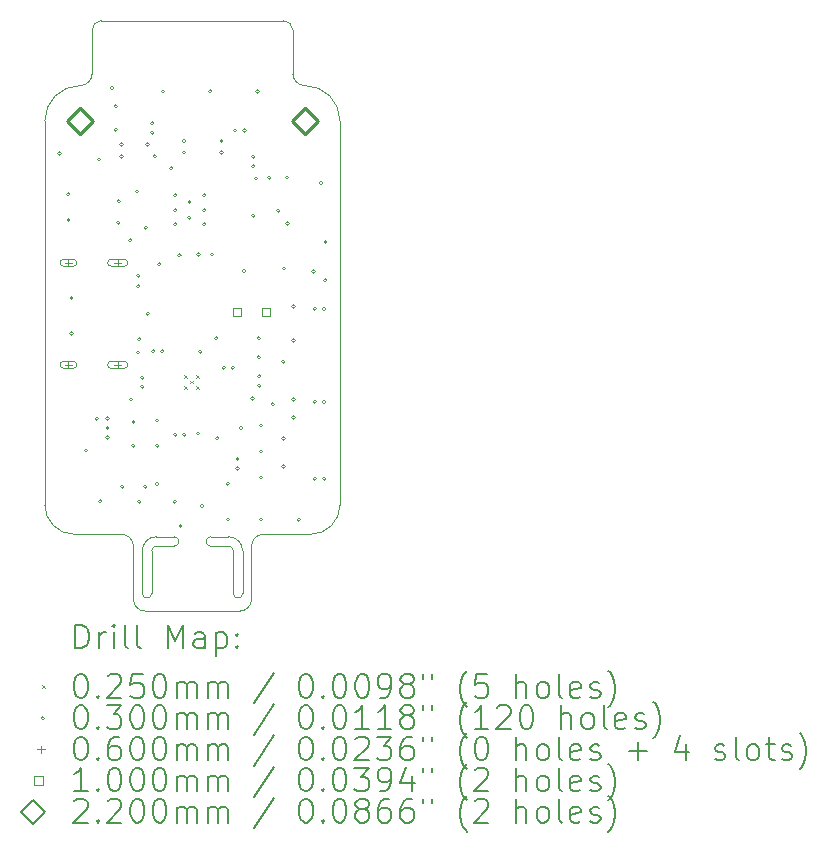
<source format=gbr>
%TF.GenerationSoftware,KiCad,Pcbnew,9.0.3*%
%TF.CreationDate,2025-07-16T17:22:25+12:00*%
%TF.ProjectId,TempSense,54656d70-5365-46e7-9365-2e6b69636164,rev?*%
%TF.SameCoordinates,Original*%
%TF.FileFunction,Drillmap*%
%TF.FilePolarity,Positive*%
%FSLAX45Y45*%
G04 Gerber Fmt 4.5, Leading zero omitted, Abs format (unit mm)*
G04 Created by KiCad (PCBNEW 9.0.3) date 2025-07-16 17:22:25*
%MOMM*%
%LPD*%
G01*
G04 APERTURE LIST*
%ADD10C,0.050000*%
%ADD11C,0.200000*%
%ADD12C,0.100000*%
%ADD13C,0.220000*%
G04 APERTURE END LIST*
D10*
X7255000Y-9140000D02*
X7255000Y-9500000D01*
X7255000Y-9140000D02*
G75*
G02*
X7295000Y-9100000I40000J0D01*
G01*
X7255000Y-9500000D02*
G75*
G02*
X7175000Y-9500000I-40000J0D01*
G01*
X7295000Y-9020000D02*
X7445000Y-9020000D01*
X7175000Y-9140000D02*
G75*
G02*
X7295000Y-9020000I120000J0D01*
G01*
X7175000Y-9500000D02*
X7175000Y-9140000D01*
X7445000Y-9100000D02*
X7295000Y-9100000D01*
X7445000Y-9020000D02*
G75*
G02*
X7445000Y-9100000I0J-40000D01*
G01*
X7945000Y-9140000D02*
X7945000Y-9500000D01*
X7905000Y-9100000D02*
G75*
G02*
X7945000Y-9140000I0J-40000D01*
G01*
X8025000Y-9500000D02*
G75*
G02*
X7945000Y-9500000I-40000J0D01*
G01*
X8025000Y-9500000D02*
X8025000Y-9140000D01*
X7905000Y-9020000D02*
X7755000Y-9020000D01*
X7755000Y-9100000D02*
X7905000Y-9100000D01*
X7755000Y-9100000D02*
G75*
G02*
X7755000Y-9020000I0J40000D01*
G01*
X7905000Y-9020000D02*
G75*
G02*
X8025000Y-9140000I0J-120000D01*
G01*
X7200000Y-9650000D02*
G75*
G02*
X7100000Y-9550000I0J100000D01*
G01*
X8850000Y-5500000D02*
X8850000Y-8750000D01*
X8100000Y-9550000D02*
X8100000Y-9100000D01*
X8100000Y-9550000D02*
G75*
G02*
X8000000Y-9650000I-100000J0D01*
G01*
X8550000Y-5200000D02*
G75*
G02*
X8850000Y-5500000I0J-300000D01*
G01*
X8450000Y-4730000D02*
X8450000Y-5100000D01*
X6750000Y-4730000D02*
G75*
G02*
X6830000Y-4650000I80000J0D01*
G01*
X8550000Y-5200000D02*
G75*
G02*
X8450000Y-5100000I0J100000D01*
G01*
X6350000Y-8750000D02*
X6350000Y-5500000D01*
X6750000Y-4730000D02*
X6750000Y-5100000D01*
X8850000Y-8750000D02*
G75*
G02*
X8600000Y-9000000I-250000J0D01*
G01*
X6600000Y-9000000D02*
G75*
G02*
X6350000Y-8750000I0J250000D01*
G01*
X8370000Y-4650000D02*
X6830000Y-4650000D01*
X8600000Y-9000000D02*
X8200000Y-9000000D01*
X7000000Y-9000000D02*
G75*
G02*
X7100000Y-9100000I0J-100000D01*
G01*
X7000000Y-9000000D02*
X6600000Y-9000000D01*
X6350000Y-5500000D02*
G75*
G02*
X6650000Y-5200000I300000J0D01*
G01*
X8000000Y-9650000D02*
X7200000Y-9650000D01*
X6750000Y-5100000D02*
G75*
G02*
X6650000Y-5200000I-100000J0D01*
G01*
X8100000Y-9100000D02*
G75*
G02*
X8200000Y-9000000I100000J0D01*
G01*
X8370000Y-4650000D02*
G75*
G02*
X8450000Y-4730000I0J-80000D01*
G01*
X7100000Y-9550000D02*
X7100000Y-9100000D01*
D11*
D12*
X7529500Y-7648000D02*
X7554500Y-7673000D01*
X7554500Y-7648000D02*
X7529500Y-7673000D01*
X7529500Y-7748000D02*
X7554500Y-7773000D01*
X7554500Y-7748000D02*
X7529500Y-7773000D01*
X7579500Y-7698000D02*
X7604500Y-7723000D01*
X7604500Y-7698000D02*
X7579500Y-7723000D01*
X7629500Y-7648000D02*
X7654500Y-7673000D01*
X7654500Y-7648000D02*
X7629500Y-7673000D01*
X7629500Y-7748000D02*
X7654500Y-7773000D01*
X7654500Y-7748000D02*
X7629500Y-7773000D01*
X6490000Y-5775000D02*
G75*
G02*
X6460000Y-5775000I-15000J0D01*
G01*
X6460000Y-5775000D02*
G75*
G02*
X6490000Y-5775000I15000J0D01*
G01*
X6565000Y-6120000D02*
G75*
G02*
X6535000Y-6120000I-15000J0D01*
G01*
X6535000Y-6120000D02*
G75*
G02*
X6565000Y-6120000I15000J0D01*
G01*
X6565000Y-6337500D02*
G75*
G02*
X6535000Y-6337500I-15000J0D01*
G01*
X6535000Y-6337500D02*
G75*
G02*
X6565000Y-6337500I15000J0D01*
G01*
X6590000Y-7000000D02*
G75*
G02*
X6560000Y-7000000I-15000J0D01*
G01*
X6560000Y-7000000D02*
G75*
G02*
X6590000Y-7000000I15000J0D01*
G01*
X6590000Y-7300000D02*
G75*
G02*
X6560000Y-7300000I-15000J0D01*
G01*
X6560000Y-7300000D02*
G75*
G02*
X6590000Y-7300000I15000J0D01*
G01*
X6715000Y-8290000D02*
G75*
G02*
X6685000Y-8290000I-15000J0D01*
G01*
X6685000Y-8290000D02*
G75*
G02*
X6715000Y-8290000I15000J0D01*
G01*
X6805000Y-8020000D02*
G75*
G02*
X6775000Y-8020000I-15000J0D01*
G01*
X6775000Y-8020000D02*
G75*
G02*
X6805000Y-8020000I15000J0D01*
G01*
X6824000Y-5825000D02*
G75*
G02*
X6794000Y-5825000I-15000J0D01*
G01*
X6794000Y-5825000D02*
G75*
G02*
X6824000Y-5825000I15000J0D01*
G01*
X6835000Y-8720000D02*
G75*
G02*
X6805000Y-8720000I-15000J0D01*
G01*
X6805000Y-8720000D02*
G75*
G02*
X6835000Y-8720000I15000J0D01*
G01*
X6895000Y-8020000D02*
G75*
G02*
X6865000Y-8020000I-15000J0D01*
G01*
X6865000Y-8020000D02*
G75*
G02*
X6895000Y-8020000I15000J0D01*
G01*
X6895000Y-8100000D02*
G75*
G02*
X6865000Y-8100000I-15000J0D01*
G01*
X6865000Y-8100000D02*
G75*
G02*
X6895000Y-8100000I15000J0D01*
G01*
X6895000Y-8180000D02*
G75*
G02*
X6865000Y-8180000I-15000J0D01*
G01*
X6865000Y-8180000D02*
G75*
G02*
X6895000Y-8180000I15000J0D01*
G01*
X6935000Y-5221250D02*
G75*
G02*
X6905000Y-5221250I-15000J0D01*
G01*
X6905000Y-5221250D02*
G75*
G02*
X6935000Y-5221250I15000J0D01*
G01*
X6965000Y-5375000D02*
G75*
G02*
X6935000Y-5375000I-15000J0D01*
G01*
X6935000Y-5375000D02*
G75*
G02*
X6965000Y-5375000I15000J0D01*
G01*
X6965000Y-5575000D02*
G75*
G02*
X6935000Y-5575000I-15000J0D01*
G01*
X6935000Y-5575000D02*
G75*
G02*
X6965000Y-5575000I15000J0D01*
G01*
X6985000Y-6362000D02*
G75*
G02*
X6955000Y-6362000I-15000J0D01*
G01*
X6955000Y-6362000D02*
G75*
G02*
X6985000Y-6362000I15000J0D01*
G01*
X6992500Y-6180000D02*
G75*
G02*
X6962500Y-6180000I-15000J0D01*
G01*
X6962500Y-6180000D02*
G75*
G02*
X6992500Y-6180000I15000J0D01*
G01*
X7015000Y-5700000D02*
G75*
G02*
X6985000Y-5700000I-15000J0D01*
G01*
X6985000Y-5700000D02*
G75*
G02*
X7015000Y-5700000I15000J0D01*
G01*
X7015000Y-5800000D02*
G75*
G02*
X6985000Y-5800000I-15000J0D01*
G01*
X6985000Y-5800000D02*
G75*
G02*
X7015000Y-5800000I15000J0D01*
G01*
X7020000Y-8598000D02*
G75*
G02*
X6990000Y-8598000I-15000J0D01*
G01*
X6990000Y-8598000D02*
G75*
G02*
X7020000Y-8598000I15000J0D01*
G01*
X7090000Y-6510000D02*
G75*
G02*
X7060000Y-6510000I-15000J0D01*
G01*
X7060000Y-6510000D02*
G75*
G02*
X7090000Y-6510000I15000J0D01*
G01*
X7095000Y-7860000D02*
G75*
G02*
X7065000Y-7860000I-15000J0D01*
G01*
X7065000Y-7860000D02*
G75*
G02*
X7095000Y-7860000I15000J0D01*
G01*
X7115000Y-8050000D02*
G75*
G02*
X7085000Y-8050000I-15000J0D01*
G01*
X7085000Y-8050000D02*
G75*
G02*
X7115000Y-8050000I15000J0D01*
G01*
X7115000Y-8250000D02*
G75*
G02*
X7085000Y-8250000I-15000J0D01*
G01*
X7085000Y-8250000D02*
G75*
G02*
X7115000Y-8250000I15000J0D01*
G01*
X7145000Y-6097400D02*
G75*
G02*
X7115000Y-6097400I-15000J0D01*
G01*
X7115000Y-6097400D02*
G75*
G02*
X7145000Y-6097400I15000J0D01*
G01*
X7155000Y-6810000D02*
G75*
G02*
X7125000Y-6810000I-15000J0D01*
G01*
X7125000Y-6810000D02*
G75*
G02*
X7155000Y-6810000I15000J0D01*
G01*
X7155000Y-6900000D02*
G75*
G02*
X7125000Y-6900000I-15000J0D01*
G01*
X7125000Y-6900000D02*
G75*
G02*
X7155000Y-6900000I15000J0D01*
G01*
X7155000Y-7460000D02*
G75*
G02*
X7125000Y-7460000I-15000J0D01*
G01*
X7125000Y-7460000D02*
G75*
G02*
X7155000Y-7460000I15000J0D01*
G01*
X7165000Y-7350000D02*
G75*
G02*
X7135000Y-7350000I-15000J0D01*
G01*
X7135000Y-7350000D02*
G75*
G02*
X7165000Y-7350000I15000J0D01*
G01*
X7165000Y-8725000D02*
G75*
G02*
X7135000Y-8725000I-15000J0D01*
G01*
X7135000Y-8725000D02*
G75*
G02*
X7165000Y-8725000I15000J0D01*
G01*
X7190000Y-7675000D02*
G75*
G02*
X7160000Y-7675000I-15000J0D01*
G01*
X7160000Y-7675000D02*
G75*
G02*
X7190000Y-7675000I15000J0D01*
G01*
X7190000Y-7750000D02*
G75*
G02*
X7160000Y-7750000I-15000J0D01*
G01*
X7160000Y-7750000D02*
G75*
G02*
X7190000Y-7750000I15000J0D01*
G01*
X7215000Y-8598000D02*
G75*
G02*
X7185000Y-8598000I-15000J0D01*
G01*
X7185000Y-8598000D02*
G75*
G02*
X7215000Y-8598000I15000J0D01*
G01*
X7220000Y-6405000D02*
G75*
G02*
X7190000Y-6405000I-15000J0D01*
G01*
X7190000Y-6405000D02*
G75*
G02*
X7220000Y-6405000I15000J0D01*
G01*
X7235000Y-5700000D02*
G75*
G02*
X7205000Y-5700000I-15000J0D01*
G01*
X7205000Y-5700000D02*
G75*
G02*
X7235000Y-5700000I15000J0D01*
G01*
X7235000Y-7132500D02*
G75*
G02*
X7205000Y-7132500I-15000J0D01*
G01*
X7205000Y-7132500D02*
G75*
G02*
X7235000Y-7132500I15000J0D01*
G01*
X7275000Y-5520000D02*
G75*
G02*
X7245000Y-5520000I-15000J0D01*
G01*
X7245000Y-5520000D02*
G75*
G02*
X7275000Y-5520000I15000J0D01*
G01*
X7275000Y-5600000D02*
G75*
G02*
X7245000Y-5600000I-15000J0D01*
G01*
X7245000Y-5600000D02*
G75*
G02*
X7275000Y-5600000I15000J0D01*
G01*
X7285000Y-7450000D02*
G75*
G02*
X7255000Y-7450000I-15000J0D01*
G01*
X7255000Y-7450000D02*
G75*
G02*
X7285000Y-7450000I15000J0D01*
G01*
X7295000Y-5800000D02*
G75*
G02*
X7265000Y-5800000I-15000J0D01*
G01*
X7265000Y-5800000D02*
G75*
G02*
X7295000Y-5800000I15000J0D01*
G01*
X7315000Y-8035000D02*
G75*
G02*
X7285000Y-8035000I-15000J0D01*
G01*
X7285000Y-8035000D02*
G75*
G02*
X7315000Y-8035000I15000J0D01*
G01*
X7315000Y-8250000D02*
G75*
G02*
X7285000Y-8250000I-15000J0D01*
G01*
X7285000Y-8250000D02*
G75*
G02*
X7315000Y-8250000I15000J0D01*
G01*
X7315000Y-8572000D02*
G75*
G02*
X7285000Y-8572000I-15000J0D01*
G01*
X7285000Y-8572000D02*
G75*
G02*
X7315000Y-8572000I15000J0D01*
G01*
X7333500Y-6715000D02*
G75*
G02*
X7303500Y-6715000I-15000J0D01*
G01*
X7303500Y-6715000D02*
G75*
G02*
X7333500Y-6715000I15000J0D01*
G01*
X7360000Y-7450000D02*
G75*
G02*
X7330000Y-7450000I-15000J0D01*
G01*
X7330000Y-7450000D02*
G75*
G02*
X7360000Y-7450000I15000J0D01*
G01*
X7365000Y-5250000D02*
G75*
G02*
X7335000Y-5250000I-15000J0D01*
G01*
X7335000Y-5250000D02*
G75*
G02*
X7365000Y-5250000I15000J0D01*
G01*
X7435000Y-5900000D02*
G75*
G02*
X7405000Y-5900000I-15000J0D01*
G01*
X7405000Y-5900000D02*
G75*
G02*
X7435000Y-5900000I15000J0D01*
G01*
X7465000Y-8725000D02*
G75*
G02*
X7435000Y-8725000I-15000J0D01*
G01*
X7435000Y-8725000D02*
G75*
G02*
X7465000Y-8725000I15000J0D01*
G01*
X7470000Y-6130000D02*
G75*
G02*
X7440000Y-6130000I-15000J0D01*
G01*
X7440000Y-6130000D02*
G75*
G02*
X7470000Y-6130000I15000J0D01*
G01*
X7470000Y-6255000D02*
G75*
G02*
X7440000Y-6255000I-15000J0D01*
G01*
X7440000Y-6255000D02*
G75*
G02*
X7470000Y-6255000I15000J0D01*
G01*
X7470000Y-6375000D02*
G75*
G02*
X7440000Y-6375000I-15000J0D01*
G01*
X7440000Y-6375000D02*
G75*
G02*
X7470000Y-6375000I15000J0D01*
G01*
X7470000Y-8156500D02*
G75*
G02*
X7440000Y-8156500I-15000J0D01*
G01*
X7440000Y-8156500D02*
G75*
G02*
X7470000Y-8156500I15000J0D01*
G01*
X7505000Y-6637500D02*
G75*
G02*
X7475000Y-6637500I-15000J0D01*
G01*
X7475000Y-6637500D02*
G75*
G02*
X7505000Y-6637500I15000J0D01*
G01*
X7515000Y-8930000D02*
G75*
G02*
X7485000Y-8930000I-15000J0D01*
G01*
X7485000Y-8930000D02*
G75*
G02*
X7515000Y-8930000I15000J0D01*
G01*
X7542000Y-5670500D02*
G75*
G02*
X7512000Y-5670500I-15000J0D01*
G01*
X7512000Y-5670500D02*
G75*
G02*
X7542000Y-5670500I15000J0D01*
G01*
X7542000Y-5767500D02*
G75*
G02*
X7512000Y-5767500I-15000J0D01*
G01*
X7512000Y-5767500D02*
G75*
G02*
X7542000Y-5767500I15000J0D01*
G01*
X7545000Y-8156500D02*
G75*
G02*
X7515000Y-8156500I-15000J0D01*
G01*
X7515000Y-8156500D02*
G75*
G02*
X7545000Y-8156500I15000J0D01*
G01*
X7590000Y-6185000D02*
G75*
G02*
X7560000Y-6185000I-15000J0D01*
G01*
X7560000Y-6185000D02*
G75*
G02*
X7590000Y-6185000I15000J0D01*
G01*
X7590000Y-6320000D02*
G75*
G02*
X7560000Y-6320000I-15000J0D01*
G01*
X7560000Y-6320000D02*
G75*
G02*
X7590000Y-6320000I15000J0D01*
G01*
X7662500Y-8146500D02*
G75*
G02*
X7632500Y-8146500I-15000J0D01*
G01*
X7632500Y-8146500D02*
G75*
G02*
X7662500Y-8146500I15000J0D01*
G01*
X7665000Y-6630000D02*
G75*
G02*
X7635000Y-6630000I-15000J0D01*
G01*
X7635000Y-6630000D02*
G75*
G02*
X7665000Y-6630000I15000J0D01*
G01*
X7682500Y-7455000D02*
G75*
G02*
X7652500Y-7455000I-15000J0D01*
G01*
X7652500Y-7455000D02*
G75*
G02*
X7682500Y-7455000I15000J0D01*
G01*
X7698000Y-8760000D02*
G75*
G02*
X7668000Y-8760000I-15000J0D01*
G01*
X7668000Y-8760000D02*
G75*
G02*
X7698000Y-8760000I15000J0D01*
G01*
X7715000Y-6130000D02*
G75*
G02*
X7685000Y-6130000I-15000J0D01*
G01*
X7685000Y-6130000D02*
G75*
G02*
X7715000Y-6130000I15000J0D01*
G01*
X7715000Y-6257500D02*
G75*
G02*
X7685000Y-6257500I-15000J0D01*
G01*
X7685000Y-6257500D02*
G75*
G02*
X7715000Y-6257500I15000J0D01*
G01*
X7715000Y-6375000D02*
G75*
G02*
X7685000Y-6375000I-15000J0D01*
G01*
X7685000Y-6375000D02*
G75*
G02*
X7715000Y-6375000I15000J0D01*
G01*
X7765000Y-5250000D02*
G75*
G02*
X7735000Y-5250000I-15000J0D01*
G01*
X7735000Y-5250000D02*
G75*
G02*
X7765000Y-5250000I15000J0D01*
G01*
X7780000Y-6630000D02*
G75*
G02*
X7750000Y-6630000I-15000J0D01*
G01*
X7750000Y-6630000D02*
G75*
G02*
X7780000Y-6630000I15000J0D01*
G01*
X7815000Y-7340000D02*
G75*
G02*
X7785000Y-7340000I-15000J0D01*
G01*
X7785000Y-7340000D02*
G75*
G02*
X7815000Y-7340000I15000J0D01*
G01*
X7825000Y-8185000D02*
G75*
G02*
X7795000Y-8185000I-15000J0D01*
G01*
X7795000Y-8185000D02*
G75*
G02*
X7825000Y-8185000I15000J0D01*
G01*
X7861000Y-5671500D02*
G75*
G02*
X7831000Y-5671500I-15000J0D01*
G01*
X7831000Y-5671500D02*
G75*
G02*
X7861000Y-5671500I15000J0D01*
G01*
X7861000Y-5768500D02*
G75*
G02*
X7831000Y-5768500I-15000J0D01*
G01*
X7831000Y-5768500D02*
G75*
G02*
X7861000Y-5768500I15000J0D01*
G01*
X7880000Y-7590000D02*
G75*
G02*
X7850000Y-7590000I-15000J0D01*
G01*
X7850000Y-7590000D02*
G75*
G02*
X7880000Y-7590000I15000J0D01*
G01*
X7915000Y-8572000D02*
G75*
G02*
X7885000Y-8572000I-15000J0D01*
G01*
X7885000Y-8572000D02*
G75*
G02*
X7915000Y-8572000I15000J0D01*
G01*
X7915000Y-8875000D02*
G75*
G02*
X7885000Y-8875000I-15000J0D01*
G01*
X7885000Y-8875000D02*
G75*
G02*
X7915000Y-8875000I15000J0D01*
G01*
X7957500Y-7590000D02*
G75*
G02*
X7927500Y-7590000I-15000J0D01*
G01*
X7927500Y-7590000D02*
G75*
G02*
X7957500Y-7590000I15000J0D01*
G01*
X7975000Y-5580000D02*
G75*
G02*
X7945000Y-5580000I-15000J0D01*
G01*
X7945000Y-5580000D02*
G75*
G02*
X7975000Y-5580000I15000J0D01*
G01*
X7995000Y-8362000D02*
G75*
G02*
X7965000Y-8362000I-15000J0D01*
G01*
X7965000Y-8362000D02*
G75*
G02*
X7995000Y-8362000I15000J0D01*
G01*
X7995000Y-8442000D02*
G75*
G02*
X7965000Y-8442000I-15000J0D01*
G01*
X7965000Y-8442000D02*
G75*
G02*
X7995000Y-8442000I15000J0D01*
G01*
X8025000Y-8099500D02*
G75*
G02*
X7995000Y-8099500I-15000J0D01*
G01*
X7995000Y-8099500D02*
G75*
G02*
X8025000Y-8099500I15000J0D01*
G01*
X8050000Y-6770000D02*
G75*
G02*
X8020000Y-6770000I-15000J0D01*
G01*
X8020000Y-6770000D02*
G75*
G02*
X8050000Y-6770000I15000J0D01*
G01*
X8055000Y-5580000D02*
G75*
G02*
X8025000Y-5580000I-15000J0D01*
G01*
X8025000Y-5580000D02*
G75*
G02*
X8055000Y-5580000I15000J0D01*
G01*
X8125000Y-7850000D02*
G75*
G02*
X8095000Y-7850000I-15000J0D01*
G01*
X8095000Y-7850000D02*
G75*
G02*
X8125000Y-7850000I15000J0D01*
G01*
X8130000Y-5802500D02*
G75*
G02*
X8100000Y-5802500I-15000J0D01*
G01*
X8100000Y-5802500D02*
G75*
G02*
X8130000Y-5802500I15000J0D01*
G01*
X8130000Y-5882500D02*
G75*
G02*
X8100000Y-5882500I-15000J0D01*
G01*
X8100000Y-5882500D02*
G75*
G02*
X8130000Y-5882500I15000J0D01*
G01*
X8130000Y-6302000D02*
G75*
G02*
X8100000Y-6302000I-15000J0D01*
G01*
X8100000Y-6302000D02*
G75*
G02*
X8130000Y-6302000I15000J0D01*
G01*
X8155000Y-5987500D02*
G75*
G02*
X8125000Y-5987500I-15000J0D01*
G01*
X8125000Y-5987500D02*
G75*
G02*
X8155000Y-5987500I15000J0D01*
G01*
X8165000Y-5250000D02*
G75*
G02*
X8135000Y-5250000I-15000J0D01*
G01*
X8135000Y-5250000D02*
G75*
G02*
X8165000Y-5250000I15000J0D01*
G01*
X8175000Y-7340000D02*
G75*
G02*
X8145000Y-7340000I-15000J0D01*
G01*
X8145000Y-7340000D02*
G75*
G02*
X8175000Y-7340000I15000J0D01*
G01*
X8175000Y-7500000D02*
G75*
G02*
X8145000Y-7500000I-15000J0D01*
G01*
X8145000Y-7500000D02*
G75*
G02*
X8175000Y-7500000I15000J0D01*
G01*
X8180000Y-7661000D02*
G75*
G02*
X8150000Y-7661000I-15000J0D01*
G01*
X8150000Y-7661000D02*
G75*
G02*
X8180000Y-7661000I15000J0D01*
G01*
X8180000Y-7741000D02*
G75*
G02*
X8150000Y-7741000I-15000J0D01*
G01*
X8150000Y-7741000D02*
G75*
G02*
X8180000Y-7741000I15000J0D01*
G01*
X8195000Y-8080000D02*
G75*
G02*
X8165000Y-8080000I-15000J0D01*
G01*
X8165000Y-8080000D02*
G75*
G02*
X8195000Y-8080000I15000J0D01*
G01*
X8195000Y-8300000D02*
G75*
G02*
X8165000Y-8300000I-15000J0D01*
G01*
X8165000Y-8300000D02*
G75*
G02*
X8195000Y-8300000I15000J0D01*
G01*
X8195000Y-8520000D02*
G75*
G02*
X8165000Y-8520000I-15000J0D01*
G01*
X8165000Y-8520000D02*
G75*
G02*
X8195000Y-8520000I15000J0D01*
G01*
X8195000Y-8875000D02*
G75*
G02*
X8165000Y-8875000I-15000J0D01*
G01*
X8165000Y-8875000D02*
G75*
G02*
X8195000Y-8875000I15000J0D01*
G01*
X8265000Y-5980000D02*
G75*
G02*
X8235000Y-5980000I-15000J0D01*
G01*
X8235000Y-5980000D02*
G75*
G02*
X8265000Y-5980000I15000J0D01*
G01*
X8295000Y-7900000D02*
G75*
G02*
X8265000Y-7900000I-15000J0D01*
G01*
X8265000Y-7900000D02*
G75*
G02*
X8295000Y-7900000I15000J0D01*
G01*
X8340000Y-6260000D02*
G75*
G02*
X8310000Y-6260000I-15000J0D01*
G01*
X8310000Y-6260000D02*
G75*
G02*
X8340000Y-6260000I15000J0D01*
G01*
X8385000Y-7539500D02*
G75*
G02*
X8355000Y-7539500I-15000J0D01*
G01*
X8355000Y-7539500D02*
G75*
G02*
X8385000Y-7539500I15000J0D01*
G01*
X8385000Y-8188500D02*
G75*
G02*
X8355000Y-8188500I-15000J0D01*
G01*
X8355000Y-8188500D02*
G75*
G02*
X8385000Y-8188500I15000J0D01*
G01*
X8385000Y-8425000D02*
G75*
G02*
X8355000Y-8425000I-15000J0D01*
G01*
X8355000Y-8425000D02*
G75*
G02*
X8385000Y-8425000I15000J0D01*
G01*
X8390000Y-6750000D02*
G75*
G02*
X8360000Y-6750000I-15000J0D01*
G01*
X8360000Y-6750000D02*
G75*
G02*
X8390000Y-6750000I15000J0D01*
G01*
X8415000Y-5980000D02*
G75*
G02*
X8385000Y-5980000I-15000J0D01*
G01*
X8385000Y-5980000D02*
G75*
G02*
X8415000Y-5980000I15000J0D01*
G01*
X8420000Y-6370000D02*
G75*
G02*
X8390000Y-6370000I-15000J0D01*
G01*
X8390000Y-6370000D02*
G75*
G02*
X8420000Y-6370000I15000J0D01*
G01*
X8470000Y-7071500D02*
G75*
G02*
X8440000Y-7071500I-15000J0D01*
G01*
X8440000Y-7071500D02*
G75*
G02*
X8470000Y-7071500I15000J0D01*
G01*
X8470000Y-7360000D02*
G75*
G02*
X8440000Y-7360000I-15000J0D01*
G01*
X8440000Y-7360000D02*
G75*
G02*
X8470000Y-7360000I15000J0D01*
G01*
X8470000Y-7860000D02*
G75*
G02*
X8440000Y-7860000I-15000J0D01*
G01*
X8440000Y-7860000D02*
G75*
G02*
X8470000Y-7860000I15000J0D01*
G01*
X8470000Y-8010000D02*
G75*
G02*
X8440000Y-8010000I-15000J0D01*
G01*
X8440000Y-8010000D02*
G75*
G02*
X8470000Y-8010000I15000J0D01*
G01*
X8515000Y-8875000D02*
G75*
G02*
X8485000Y-8875000I-15000J0D01*
G01*
X8485000Y-8875000D02*
G75*
G02*
X8515000Y-8875000I15000J0D01*
G01*
X8640000Y-6775000D02*
G75*
G02*
X8610000Y-6775000I-15000J0D01*
G01*
X8610000Y-6775000D02*
G75*
G02*
X8640000Y-6775000I15000J0D01*
G01*
X8650000Y-7091500D02*
G75*
G02*
X8620000Y-7091500I-15000J0D01*
G01*
X8620000Y-7091500D02*
G75*
G02*
X8650000Y-7091500I15000J0D01*
G01*
X8650000Y-7879000D02*
G75*
G02*
X8620000Y-7879000I-15000J0D01*
G01*
X8620000Y-7879000D02*
G75*
G02*
X8650000Y-7879000I15000J0D01*
G01*
X8650000Y-8529000D02*
G75*
G02*
X8620000Y-8529000I-15000J0D01*
G01*
X8620000Y-8529000D02*
G75*
G02*
X8650000Y-8529000I15000J0D01*
G01*
X8705000Y-6025000D02*
G75*
G02*
X8675000Y-6025000I-15000J0D01*
G01*
X8675000Y-6025000D02*
G75*
G02*
X8705000Y-6025000I15000J0D01*
G01*
X8730000Y-7091500D02*
G75*
G02*
X8700000Y-7091500I-15000J0D01*
G01*
X8700000Y-7091500D02*
G75*
G02*
X8730000Y-7091500I15000J0D01*
G01*
X8730000Y-7879000D02*
G75*
G02*
X8700000Y-7879000I-15000J0D01*
G01*
X8700000Y-7879000D02*
G75*
G02*
X8730000Y-7879000I15000J0D01*
G01*
X8730000Y-8529000D02*
G75*
G02*
X8700000Y-8529000I-15000J0D01*
G01*
X8700000Y-8529000D02*
G75*
G02*
X8730000Y-8529000I15000J0D01*
G01*
X8740000Y-6525000D02*
G75*
G02*
X8710000Y-6525000I-15000J0D01*
G01*
X8710000Y-6525000D02*
G75*
G02*
X8740000Y-6525000I15000J0D01*
G01*
X8740000Y-6850000D02*
G75*
G02*
X8710000Y-6850000I-15000J0D01*
G01*
X8710000Y-6850000D02*
G75*
G02*
X8740000Y-6850000I15000J0D01*
G01*
X6550000Y-6670000D02*
X6550000Y-6730000D01*
X6520000Y-6700000D02*
X6580000Y-6700000D01*
X6590000Y-6670000D02*
X6510000Y-6670000D01*
X6510000Y-6730000D02*
G75*
G02*
X6510000Y-6670000I0J30000D01*
G01*
X6510000Y-6730000D02*
X6590000Y-6730000D01*
X6590000Y-6730000D02*
G75*
G03*
X6590000Y-6670000I0J30000D01*
G01*
X6550000Y-7535000D02*
X6550000Y-7595000D01*
X6520000Y-7565000D02*
X6580000Y-7565000D01*
X6590000Y-7535000D02*
X6510000Y-7535000D01*
X6510000Y-7595000D02*
G75*
G02*
X6510000Y-7535000I0J30000D01*
G01*
X6510000Y-7595000D02*
X6590000Y-7595000D01*
X6590000Y-7595000D02*
G75*
G03*
X6590000Y-7535000I0J30000D01*
G01*
X6967000Y-6670000D02*
X6967000Y-6730000D01*
X6937000Y-6700000D02*
X6997000Y-6700000D01*
X7022000Y-6670000D02*
X6912000Y-6670000D01*
X6912000Y-6730000D02*
G75*
G02*
X6912000Y-6670000I0J30000D01*
G01*
X6912000Y-6730000D02*
X7022000Y-6730000D01*
X7022000Y-6730000D02*
G75*
G03*
X7022000Y-6670000I0J30000D01*
G01*
X6967000Y-7535000D02*
X6967000Y-7595000D01*
X6937000Y-7565000D02*
X6997000Y-7565000D01*
X7022000Y-7535000D02*
X6912000Y-7535000D01*
X6912000Y-7595000D02*
G75*
G02*
X6912000Y-7535000I0J30000D01*
G01*
X6912000Y-7595000D02*
X7022000Y-7595000D01*
X7022000Y-7595000D02*
G75*
G03*
X7022000Y-7535000I0J30000D01*
G01*
X8010356Y-7152356D02*
X8010356Y-7081644D01*
X7939644Y-7081644D01*
X7939644Y-7152356D01*
X8010356Y-7152356D01*
X8260356Y-7152356D02*
X8260356Y-7081644D01*
X8189644Y-7081644D01*
X8189644Y-7152356D01*
X8260356Y-7152356D01*
D13*
X6650000Y-5610000D02*
X6760000Y-5500000D01*
X6650000Y-5390000D01*
X6540000Y-5500000D01*
X6650000Y-5610000D01*
X8550000Y-5610000D02*
X8660000Y-5500000D01*
X8550000Y-5390000D01*
X8440000Y-5500000D01*
X8550000Y-5610000D01*
D11*
X6608277Y-9963984D02*
X6608277Y-9763984D01*
X6608277Y-9763984D02*
X6655896Y-9763984D01*
X6655896Y-9763984D02*
X6684467Y-9773508D01*
X6684467Y-9773508D02*
X6703515Y-9792555D01*
X6703515Y-9792555D02*
X6713039Y-9811603D01*
X6713039Y-9811603D02*
X6722562Y-9849698D01*
X6722562Y-9849698D02*
X6722562Y-9878270D01*
X6722562Y-9878270D02*
X6713039Y-9916365D01*
X6713039Y-9916365D02*
X6703515Y-9935412D01*
X6703515Y-9935412D02*
X6684467Y-9954460D01*
X6684467Y-9954460D02*
X6655896Y-9963984D01*
X6655896Y-9963984D02*
X6608277Y-9963984D01*
X6808277Y-9963984D02*
X6808277Y-9830650D01*
X6808277Y-9868746D02*
X6817801Y-9849698D01*
X6817801Y-9849698D02*
X6827324Y-9840174D01*
X6827324Y-9840174D02*
X6846372Y-9830650D01*
X6846372Y-9830650D02*
X6865420Y-9830650D01*
X6932086Y-9963984D02*
X6932086Y-9830650D01*
X6932086Y-9763984D02*
X6922562Y-9773508D01*
X6922562Y-9773508D02*
X6932086Y-9783031D01*
X6932086Y-9783031D02*
X6941610Y-9773508D01*
X6941610Y-9773508D02*
X6932086Y-9763984D01*
X6932086Y-9763984D02*
X6932086Y-9783031D01*
X7055896Y-9963984D02*
X7036848Y-9954460D01*
X7036848Y-9954460D02*
X7027324Y-9935412D01*
X7027324Y-9935412D02*
X7027324Y-9763984D01*
X7160658Y-9963984D02*
X7141610Y-9954460D01*
X7141610Y-9954460D02*
X7132086Y-9935412D01*
X7132086Y-9935412D02*
X7132086Y-9763984D01*
X7389229Y-9963984D02*
X7389229Y-9763984D01*
X7389229Y-9763984D02*
X7455896Y-9906841D01*
X7455896Y-9906841D02*
X7522562Y-9763984D01*
X7522562Y-9763984D02*
X7522562Y-9963984D01*
X7703515Y-9963984D02*
X7703515Y-9859222D01*
X7703515Y-9859222D02*
X7693991Y-9840174D01*
X7693991Y-9840174D02*
X7674943Y-9830650D01*
X7674943Y-9830650D02*
X7636848Y-9830650D01*
X7636848Y-9830650D02*
X7617801Y-9840174D01*
X7703515Y-9954460D02*
X7684467Y-9963984D01*
X7684467Y-9963984D02*
X7636848Y-9963984D01*
X7636848Y-9963984D02*
X7617801Y-9954460D01*
X7617801Y-9954460D02*
X7608277Y-9935412D01*
X7608277Y-9935412D02*
X7608277Y-9916365D01*
X7608277Y-9916365D02*
X7617801Y-9897317D01*
X7617801Y-9897317D02*
X7636848Y-9887793D01*
X7636848Y-9887793D02*
X7684467Y-9887793D01*
X7684467Y-9887793D02*
X7703515Y-9878270D01*
X7798753Y-9830650D02*
X7798753Y-10030650D01*
X7798753Y-9840174D02*
X7817801Y-9830650D01*
X7817801Y-9830650D02*
X7855896Y-9830650D01*
X7855896Y-9830650D02*
X7874943Y-9840174D01*
X7874943Y-9840174D02*
X7884467Y-9849698D01*
X7884467Y-9849698D02*
X7893991Y-9868746D01*
X7893991Y-9868746D02*
X7893991Y-9925889D01*
X7893991Y-9925889D02*
X7884467Y-9944936D01*
X7884467Y-9944936D02*
X7874943Y-9954460D01*
X7874943Y-9954460D02*
X7855896Y-9963984D01*
X7855896Y-9963984D02*
X7817801Y-9963984D01*
X7817801Y-9963984D02*
X7798753Y-9954460D01*
X7979705Y-9944936D02*
X7989229Y-9954460D01*
X7989229Y-9954460D02*
X7979705Y-9963984D01*
X7979705Y-9963984D02*
X7970182Y-9954460D01*
X7970182Y-9954460D02*
X7979705Y-9944936D01*
X7979705Y-9944936D02*
X7979705Y-9963984D01*
X7979705Y-9840174D02*
X7989229Y-9849698D01*
X7989229Y-9849698D02*
X7979705Y-9859222D01*
X7979705Y-9859222D02*
X7970182Y-9849698D01*
X7970182Y-9849698D02*
X7979705Y-9840174D01*
X7979705Y-9840174D02*
X7979705Y-9859222D01*
D12*
X6322500Y-10280000D02*
X6347500Y-10305000D01*
X6347500Y-10280000D02*
X6322500Y-10305000D01*
D11*
X6646372Y-10183984D02*
X6665420Y-10183984D01*
X6665420Y-10183984D02*
X6684467Y-10193508D01*
X6684467Y-10193508D02*
X6693991Y-10203031D01*
X6693991Y-10203031D02*
X6703515Y-10222079D01*
X6703515Y-10222079D02*
X6713039Y-10260174D01*
X6713039Y-10260174D02*
X6713039Y-10307793D01*
X6713039Y-10307793D02*
X6703515Y-10345889D01*
X6703515Y-10345889D02*
X6693991Y-10364936D01*
X6693991Y-10364936D02*
X6684467Y-10374460D01*
X6684467Y-10374460D02*
X6665420Y-10383984D01*
X6665420Y-10383984D02*
X6646372Y-10383984D01*
X6646372Y-10383984D02*
X6627324Y-10374460D01*
X6627324Y-10374460D02*
X6617801Y-10364936D01*
X6617801Y-10364936D02*
X6608277Y-10345889D01*
X6608277Y-10345889D02*
X6598753Y-10307793D01*
X6598753Y-10307793D02*
X6598753Y-10260174D01*
X6598753Y-10260174D02*
X6608277Y-10222079D01*
X6608277Y-10222079D02*
X6617801Y-10203031D01*
X6617801Y-10203031D02*
X6627324Y-10193508D01*
X6627324Y-10193508D02*
X6646372Y-10183984D01*
X6798753Y-10364936D02*
X6808277Y-10374460D01*
X6808277Y-10374460D02*
X6798753Y-10383984D01*
X6798753Y-10383984D02*
X6789229Y-10374460D01*
X6789229Y-10374460D02*
X6798753Y-10364936D01*
X6798753Y-10364936D02*
X6798753Y-10383984D01*
X6884467Y-10203031D02*
X6893991Y-10193508D01*
X6893991Y-10193508D02*
X6913039Y-10183984D01*
X6913039Y-10183984D02*
X6960658Y-10183984D01*
X6960658Y-10183984D02*
X6979705Y-10193508D01*
X6979705Y-10193508D02*
X6989229Y-10203031D01*
X6989229Y-10203031D02*
X6998753Y-10222079D01*
X6998753Y-10222079D02*
X6998753Y-10241127D01*
X6998753Y-10241127D02*
X6989229Y-10269698D01*
X6989229Y-10269698D02*
X6874943Y-10383984D01*
X6874943Y-10383984D02*
X6998753Y-10383984D01*
X7179705Y-10183984D02*
X7084467Y-10183984D01*
X7084467Y-10183984D02*
X7074943Y-10279222D01*
X7074943Y-10279222D02*
X7084467Y-10269698D01*
X7084467Y-10269698D02*
X7103515Y-10260174D01*
X7103515Y-10260174D02*
X7151134Y-10260174D01*
X7151134Y-10260174D02*
X7170182Y-10269698D01*
X7170182Y-10269698D02*
X7179705Y-10279222D01*
X7179705Y-10279222D02*
X7189229Y-10298270D01*
X7189229Y-10298270D02*
X7189229Y-10345889D01*
X7189229Y-10345889D02*
X7179705Y-10364936D01*
X7179705Y-10364936D02*
X7170182Y-10374460D01*
X7170182Y-10374460D02*
X7151134Y-10383984D01*
X7151134Y-10383984D02*
X7103515Y-10383984D01*
X7103515Y-10383984D02*
X7084467Y-10374460D01*
X7084467Y-10374460D02*
X7074943Y-10364936D01*
X7313039Y-10183984D02*
X7332086Y-10183984D01*
X7332086Y-10183984D02*
X7351134Y-10193508D01*
X7351134Y-10193508D02*
X7360658Y-10203031D01*
X7360658Y-10203031D02*
X7370182Y-10222079D01*
X7370182Y-10222079D02*
X7379705Y-10260174D01*
X7379705Y-10260174D02*
X7379705Y-10307793D01*
X7379705Y-10307793D02*
X7370182Y-10345889D01*
X7370182Y-10345889D02*
X7360658Y-10364936D01*
X7360658Y-10364936D02*
X7351134Y-10374460D01*
X7351134Y-10374460D02*
X7332086Y-10383984D01*
X7332086Y-10383984D02*
X7313039Y-10383984D01*
X7313039Y-10383984D02*
X7293991Y-10374460D01*
X7293991Y-10374460D02*
X7284467Y-10364936D01*
X7284467Y-10364936D02*
X7274943Y-10345889D01*
X7274943Y-10345889D02*
X7265420Y-10307793D01*
X7265420Y-10307793D02*
X7265420Y-10260174D01*
X7265420Y-10260174D02*
X7274943Y-10222079D01*
X7274943Y-10222079D02*
X7284467Y-10203031D01*
X7284467Y-10203031D02*
X7293991Y-10193508D01*
X7293991Y-10193508D02*
X7313039Y-10183984D01*
X7465420Y-10383984D02*
X7465420Y-10250650D01*
X7465420Y-10269698D02*
X7474943Y-10260174D01*
X7474943Y-10260174D02*
X7493991Y-10250650D01*
X7493991Y-10250650D02*
X7522563Y-10250650D01*
X7522563Y-10250650D02*
X7541610Y-10260174D01*
X7541610Y-10260174D02*
X7551134Y-10279222D01*
X7551134Y-10279222D02*
X7551134Y-10383984D01*
X7551134Y-10279222D02*
X7560658Y-10260174D01*
X7560658Y-10260174D02*
X7579705Y-10250650D01*
X7579705Y-10250650D02*
X7608277Y-10250650D01*
X7608277Y-10250650D02*
X7627324Y-10260174D01*
X7627324Y-10260174D02*
X7636848Y-10279222D01*
X7636848Y-10279222D02*
X7636848Y-10383984D01*
X7732086Y-10383984D02*
X7732086Y-10250650D01*
X7732086Y-10269698D02*
X7741610Y-10260174D01*
X7741610Y-10260174D02*
X7760658Y-10250650D01*
X7760658Y-10250650D02*
X7789229Y-10250650D01*
X7789229Y-10250650D02*
X7808277Y-10260174D01*
X7808277Y-10260174D02*
X7817801Y-10279222D01*
X7817801Y-10279222D02*
X7817801Y-10383984D01*
X7817801Y-10279222D02*
X7827324Y-10260174D01*
X7827324Y-10260174D02*
X7846372Y-10250650D01*
X7846372Y-10250650D02*
X7874943Y-10250650D01*
X7874943Y-10250650D02*
X7893991Y-10260174D01*
X7893991Y-10260174D02*
X7903515Y-10279222D01*
X7903515Y-10279222D02*
X7903515Y-10383984D01*
X8293991Y-10174460D02*
X8122563Y-10431603D01*
X8551134Y-10183984D02*
X8570182Y-10183984D01*
X8570182Y-10183984D02*
X8589229Y-10193508D01*
X8589229Y-10193508D02*
X8598753Y-10203031D01*
X8598753Y-10203031D02*
X8608277Y-10222079D01*
X8608277Y-10222079D02*
X8617801Y-10260174D01*
X8617801Y-10260174D02*
X8617801Y-10307793D01*
X8617801Y-10307793D02*
X8608277Y-10345889D01*
X8608277Y-10345889D02*
X8598753Y-10364936D01*
X8598753Y-10364936D02*
X8589229Y-10374460D01*
X8589229Y-10374460D02*
X8570182Y-10383984D01*
X8570182Y-10383984D02*
X8551134Y-10383984D01*
X8551134Y-10383984D02*
X8532087Y-10374460D01*
X8532087Y-10374460D02*
X8522563Y-10364936D01*
X8522563Y-10364936D02*
X8513039Y-10345889D01*
X8513039Y-10345889D02*
X8503515Y-10307793D01*
X8503515Y-10307793D02*
X8503515Y-10260174D01*
X8503515Y-10260174D02*
X8513039Y-10222079D01*
X8513039Y-10222079D02*
X8522563Y-10203031D01*
X8522563Y-10203031D02*
X8532087Y-10193508D01*
X8532087Y-10193508D02*
X8551134Y-10183984D01*
X8703515Y-10364936D02*
X8713039Y-10374460D01*
X8713039Y-10374460D02*
X8703515Y-10383984D01*
X8703515Y-10383984D02*
X8693991Y-10374460D01*
X8693991Y-10374460D02*
X8703515Y-10364936D01*
X8703515Y-10364936D02*
X8703515Y-10383984D01*
X8836848Y-10183984D02*
X8855896Y-10183984D01*
X8855896Y-10183984D02*
X8874944Y-10193508D01*
X8874944Y-10193508D02*
X8884468Y-10203031D01*
X8884468Y-10203031D02*
X8893991Y-10222079D01*
X8893991Y-10222079D02*
X8903515Y-10260174D01*
X8903515Y-10260174D02*
X8903515Y-10307793D01*
X8903515Y-10307793D02*
X8893991Y-10345889D01*
X8893991Y-10345889D02*
X8884468Y-10364936D01*
X8884468Y-10364936D02*
X8874944Y-10374460D01*
X8874944Y-10374460D02*
X8855896Y-10383984D01*
X8855896Y-10383984D02*
X8836848Y-10383984D01*
X8836848Y-10383984D02*
X8817801Y-10374460D01*
X8817801Y-10374460D02*
X8808277Y-10364936D01*
X8808277Y-10364936D02*
X8798753Y-10345889D01*
X8798753Y-10345889D02*
X8789229Y-10307793D01*
X8789229Y-10307793D02*
X8789229Y-10260174D01*
X8789229Y-10260174D02*
X8798753Y-10222079D01*
X8798753Y-10222079D02*
X8808277Y-10203031D01*
X8808277Y-10203031D02*
X8817801Y-10193508D01*
X8817801Y-10193508D02*
X8836848Y-10183984D01*
X9027325Y-10183984D02*
X9046372Y-10183984D01*
X9046372Y-10183984D02*
X9065420Y-10193508D01*
X9065420Y-10193508D02*
X9074944Y-10203031D01*
X9074944Y-10203031D02*
X9084468Y-10222079D01*
X9084468Y-10222079D02*
X9093991Y-10260174D01*
X9093991Y-10260174D02*
X9093991Y-10307793D01*
X9093991Y-10307793D02*
X9084468Y-10345889D01*
X9084468Y-10345889D02*
X9074944Y-10364936D01*
X9074944Y-10364936D02*
X9065420Y-10374460D01*
X9065420Y-10374460D02*
X9046372Y-10383984D01*
X9046372Y-10383984D02*
X9027325Y-10383984D01*
X9027325Y-10383984D02*
X9008277Y-10374460D01*
X9008277Y-10374460D02*
X8998753Y-10364936D01*
X8998753Y-10364936D02*
X8989229Y-10345889D01*
X8989229Y-10345889D02*
X8979706Y-10307793D01*
X8979706Y-10307793D02*
X8979706Y-10260174D01*
X8979706Y-10260174D02*
X8989229Y-10222079D01*
X8989229Y-10222079D02*
X8998753Y-10203031D01*
X8998753Y-10203031D02*
X9008277Y-10193508D01*
X9008277Y-10193508D02*
X9027325Y-10183984D01*
X9189229Y-10383984D02*
X9227325Y-10383984D01*
X9227325Y-10383984D02*
X9246372Y-10374460D01*
X9246372Y-10374460D02*
X9255896Y-10364936D01*
X9255896Y-10364936D02*
X9274944Y-10336365D01*
X9274944Y-10336365D02*
X9284468Y-10298270D01*
X9284468Y-10298270D02*
X9284468Y-10222079D01*
X9284468Y-10222079D02*
X9274944Y-10203031D01*
X9274944Y-10203031D02*
X9265420Y-10193508D01*
X9265420Y-10193508D02*
X9246372Y-10183984D01*
X9246372Y-10183984D02*
X9208277Y-10183984D01*
X9208277Y-10183984D02*
X9189229Y-10193508D01*
X9189229Y-10193508D02*
X9179706Y-10203031D01*
X9179706Y-10203031D02*
X9170182Y-10222079D01*
X9170182Y-10222079D02*
X9170182Y-10269698D01*
X9170182Y-10269698D02*
X9179706Y-10288746D01*
X9179706Y-10288746D02*
X9189229Y-10298270D01*
X9189229Y-10298270D02*
X9208277Y-10307793D01*
X9208277Y-10307793D02*
X9246372Y-10307793D01*
X9246372Y-10307793D02*
X9265420Y-10298270D01*
X9265420Y-10298270D02*
X9274944Y-10288746D01*
X9274944Y-10288746D02*
X9284468Y-10269698D01*
X9398753Y-10269698D02*
X9379706Y-10260174D01*
X9379706Y-10260174D02*
X9370182Y-10250650D01*
X9370182Y-10250650D02*
X9360658Y-10231603D01*
X9360658Y-10231603D02*
X9360658Y-10222079D01*
X9360658Y-10222079D02*
X9370182Y-10203031D01*
X9370182Y-10203031D02*
X9379706Y-10193508D01*
X9379706Y-10193508D02*
X9398753Y-10183984D01*
X9398753Y-10183984D02*
X9436849Y-10183984D01*
X9436849Y-10183984D02*
X9455896Y-10193508D01*
X9455896Y-10193508D02*
X9465420Y-10203031D01*
X9465420Y-10203031D02*
X9474944Y-10222079D01*
X9474944Y-10222079D02*
X9474944Y-10231603D01*
X9474944Y-10231603D02*
X9465420Y-10250650D01*
X9465420Y-10250650D02*
X9455896Y-10260174D01*
X9455896Y-10260174D02*
X9436849Y-10269698D01*
X9436849Y-10269698D02*
X9398753Y-10269698D01*
X9398753Y-10269698D02*
X9379706Y-10279222D01*
X9379706Y-10279222D02*
X9370182Y-10288746D01*
X9370182Y-10288746D02*
X9360658Y-10307793D01*
X9360658Y-10307793D02*
X9360658Y-10345889D01*
X9360658Y-10345889D02*
X9370182Y-10364936D01*
X9370182Y-10364936D02*
X9379706Y-10374460D01*
X9379706Y-10374460D02*
X9398753Y-10383984D01*
X9398753Y-10383984D02*
X9436849Y-10383984D01*
X9436849Y-10383984D02*
X9455896Y-10374460D01*
X9455896Y-10374460D02*
X9465420Y-10364936D01*
X9465420Y-10364936D02*
X9474944Y-10345889D01*
X9474944Y-10345889D02*
X9474944Y-10307793D01*
X9474944Y-10307793D02*
X9465420Y-10288746D01*
X9465420Y-10288746D02*
X9455896Y-10279222D01*
X9455896Y-10279222D02*
X9436849Y-10269698D01*
X9551134Y-10183984D02*
X9551134Y-10222079D01*
X9627325Y-10183984D02*
X9627325Y-10222079D01*
X9922563Y-10460174D02*
X9913039Y-10450650D01*
X9913039Y-10450650D02*
X9893991Y-10422079D01*
X9893991Y-10422079D02*
X9884468Y-10403031D01*
X9884468Y-10403031D02*
X9874944Y-10374460D01*
X9874944Y-10374460D02*
X9865420Y-10326841D01*
X9865420Y-10326841D02*
X9865420Y-10288746D01*
X9865420Y-10288746D02*
X9874944Y-10241127D01*
X9874944Y-10241127D02*
X9884468Y-10212555D01*
X9884468Y-10212555D02*
X9893991Y-10193508D01*
X9893991Y-10193508D02*
X9913039Y-10164936D01*
X9913039Y-10164936D02*
X9922563Y-10155412D01*
X10093991Y-10183984D02*
X9998753Y-10183984D01*
X9998753Y-10183984D02*
X9989230Y-10279222D01*
X9989230Y-10279222D02*
X9998753Y-10269698D01*
X9998753Y-10269698D02*
X10017801Y-10260174D01*
X10017801Y-10260174D02*
X10065420Y-10260174D01*
X10065420Y-10260174D02*
X10084468Y-10269698D01*
X10084468Y-10269698D02*
X10093991Y-10279222D01*
X10093991Y-10279222D02*
X10103515Y-10298270D01*
X10103515Y-10298270D02*
X10103515Y-10345889D01*
X10103515Y-10345889D02*
X10093991Y-10364936D01*
X10093991Y-10364936D02*
X10084468Y-10374460D01*
X10084468Y-10374460D02*
X10065420Y-10383984D01*
X10065420Y-10383984D02*
X10017801Y-10383984D01*
X10017801Y-10383984D02*
X9998753Y-10374460D01*
X9998753Y-10374460D02*
X9989230Y-10364936D01*
X10341611Y-10383984D02*
X10341611Y-10183984D01*
X10427325Y-10383984D02*
X10427325Y-10279222D01*
X10427325Y-10279222D02*
X10417801Y-10260174D01*
X10417801Y-10260174D02*
X10398753Y-10250650D01*
X10398753Y-10250650D02*
X10370182Y-10250650D01*
X10370182Y-10250650D02*
X10351134Y-10260174D01*
X10351134Y-10260174D02*
X10341611Y-10269698D01*
X10551134Y-10383984D02*
X10532087Y-10374460D01*
X10532087Y-10374460D02*
X10522563Y-10364936D01*
X10522563Y-10364936D02*
X10513039Y-10345889D01*
X10513039Y-10345889D02*
X10513039Y-10288746D01*
X10513039Y-10288746D02*
X10522563Y-10269698D01*
X10522563Y-10269698D02*
X10532087Y-10260174D01*
X10532087Y-10260174D02*
X10551134Y-10250650D01*
X10551134Y-10250650D02*
X10579706Y-10250650D01*
X10579706Y-10250650D02*
X10598753Y-10260174D01*
X10598753Y-10260174D02*
X10608277Y-10269698D01*
X10608277Y-10269698D02*
X10617801Y-10288746D01*
X10617801Y-10288746D02*
X10617801Y-10345889D01*
X10617801Y-10345889D02*
X10608277Y-10364936D01*
X10608277Y-10364936D02*
X10598753Y-10374460D01*
X10598753Y-10374460D02*
X10579706Y-10383984D01*
X10579706Y-10383984D02*
X10551134Y-10383984D01*
X10732087Y-10383984D02*
X10713039Y-10374460D01*
X10713039Y-10374460D02*
X10703515Y-10355412D01*
X10703515Y-10355412D02*
X10703515Y-10183984D01*
X10884468Y-10374460D02*
X10865420Y-10383984D01*
X10865420Y-10383984D02*
X10827325Y-10383984D01*
X10827325Y-10383984D02*
X10808277Y-10374460D01*
X10808277Y-10374460D02*
X10798753Y-10355412D01*
X10798753Y-10355412D02*
X10798753Y-10279222D01*
X10798753Y-10279222D02*
X10808277Y-10260174D01*
X10808277Y-10260174D02*
X10827325Y-10250650D01*
X10827325Y-10250650D02*
X10865420Y-10250650D01*
X10865420Y-10250650D02*
X10884468Y-10260174D01*
X10884468Y-10260174D02*
X10893992Y-10279222D01*
X10893992Y-10279222D02*
X10893992Y-10298270D01*
X10893992Y-10298270D02*
X10798753Y-10317317D01*
X10970182Y-10374460D02*
X10989230Y-10383984D01*
X10989230Y-10383984D02*
X11027325Y-10383984D01*
X11027325Y-10383984D02*
X11046373Y-10374460D01*
X11046373Y-10374460D02*
X11055896Y-10355412D01*
X11055896Y-10355412D02*
X11055896Y-10345889D01*
X11055896Y-10345889D02*
X11046373Y-10326841D01*
X11046373Y-10326841D02*
X11027325Y-10317317D01*
X11027325Y-10317317D02*
X10998753Y-10317317D01*
X10998753Y-10317317D02*
X10979706Y-10307793D01*
X10979706Y-10307793D02*
X10970182Y-10288746D01*
X10970182Y-10288746D02*
X10970182Y-10279222D01*
X10970182Y-10279222D02*
X10979706Y-10260174D01*
X10979706Y-10260174D02*
X10998753Y-10250650D01*
X10998753Y-10250650D02*
X11027325Y-10250650D01*
X11027325Y-10250650D02*
X11046373Y-10260174D01*
X11122563Y-10460174D02*
X11132087Y-10450650D01*
X11132087Y-10450650D02*
X11151134Y-10422079D01*
X11151134Y-10422079D02*
X11160658Y-10403031D01*
X11160658Y-10403031D02*
X11170182Y-10374460D01*
X11170182Y-10374460D02*
X11179706Y-10326841D01*
X11179706Y-10326841D02*
X11179706Y-10288746D01*
X11179706Y-10288746D02*
X11170182Y-10241127D01*
X11170182Y-10241127D02*
X11160658Y-10212555D01*
X11160658Y-10212555D02*
X11151134Y-10193508D01*
X11151134Y-10193508D02*
X11132087Y-10164936D01*
X11132087Y-10164936D02*
X11122563Y-10155412D01*
D12*
X6347500Y-10556500D02*
G75*
G02*
X6317500Y-10556500I-15000J0D01*
G01*
X6317500Y-10556500D02*
G75*
G02*
X6347500Y-10556500I15000J0D01*
G01*
D11*
X6646372Y-10447984D02*
X6665420Y-10447984D01*
X6665420Y-10447984D02*
X6684467Y-10457508D01*
X6684467Y-10457508D02*
X6693991Y-10467031D01*
X6693991Y-10467031D02*
X6703515Y-10486079D01*
X6703515Y-10486079D02*
X6713039Y-10524174D01*
X6713039Y-10524174D02*
X6713039Y-10571793D01*
X6713039Y-10571793D02*
X6703515Y-10609889D01*
X6703515Y-10609889D02*
X6693991Y-10628936D01*
X6693991Y-10628936D02*
X6684467Y-10638460D01*
X6684467Y-10638460D02*
X6665420Y-10647984D01*
X6665420Y-10647984D02*
X6646372Y-10647984D01*
X6646372Y-10647984D02*
X6627324Y-10638460D01*
X6627324Y-10638460D02*
X6617801Y-10628936D01*
X6617801Y-10628936D02*
X6608277Y-10609889D01*
X6608277Y-10609889D02*
X6598753Y-10571793D01*
X6598753Y-10571793D02*
X6598753Y-10524174D01*
X6598753Y-10524174D02*
X6608277Y-10486079D01*
X6608277Y-10486079D02*
X6617801Y-10467031D01*
X6617801Y-10467031D02*
X6627324Y-10457508D01*
X6627324Y-10457508D02*
X6646372Y-10447984D01*
X6798753Y-10628936D02*
X6808277Y-10638460D01*
X6808277Y-10638460D02*
X6798753Y-10647984D01*
X6798753Y-10647984D02*
X6789229Y-10638460D01*
X6789229Y-10638460D02*
X6798753Y-10628936D01*
X6798753Y-10628936D02*
X6798753Y-10647984D01*
X6874943Y-10447984D02*
X6998753Y-10447984D01*
X6998753Y-10447984D02*
X6932086Y-10524174D01*
X6932086Y-10524174D02*
X6960658Y-10524174D01*
X6960658Y-10524174D02*
X6979705Y-10533698D01*
X6979705Y-10533698D02*
X6989229Y-10543222D01*
X6989229Y-10543222D02*
X6998753Y-10562270D01*
X6998753Y-10562270D02*
X6998753Y-10609889D01*
X6998753Y-10609889D02*
X6989229Y-10628936D01*
X6989229Y-10628936D02*
X6979705Y-10638460D01*
X6979705Y-10638460D02*
X6960658Y-10647984D01*
X6960658Y-10647984D02*
X6903515Y-10647984D01*
X6903515Y-10647984D02*
X6884467Y-10638460D01*
X6884467Y-10638460D02*
X6874943Y-10628936D01*
X7122562Y-10447984D02*
X7141610Y-10447984D01*
X7141610Y-10447984D02*
X7160658Y-10457508D01*
X7160658Y-10457508D02*
X7170182Y-10467031D01*
X7170182Y-10467031D02*
X7179705Y-10486079D01*
X7179705Y-10486079D02*
X7189229Y-10524174D01*
X7189229Y-10524174D02*
X7189229Y-10571793D01*
X7189229Y-10571793D02*
X7179705Y-10609889D01*
X7179705Y-10609889D02*
X7170182Y-10628936D01*
X7170182Y-10628936D02*
X7160658Y-10638460D01*
X7160658Y-10638460D02*
X7141610Y-10647984D01*
X7141610Y-10647984D02*
X7122562Y-10647984D01*
X7122562Y-10647984D02*
X7103515Y-10638460D01*
X7103515Y-10638460D02*
X7093991Y-10628936D01*
X7093991Y-10628936D02*
X7084467Y-10609889D01*
X7084467Y-10609889D02*
X7074943Y-10571793D01*
X7074943Y-10571793D02*
X7074943Y-10524174D01*
X7074943Y-10524174D02*
X7084467Y-10486079D01*
X7084467Y-10486079D02*
X7093991Y-10467031D01*
X7093991Y-10467031D02*
X7103515Y-10457508D01*
X7103515Y-10457508D02*
X7122562Y-10447984D01*
X7313039Y-10447984D02*
X7332086Y-10447984D01*
X7332086Y-10447984D02*
X7351134Y-10457508D01*
X7351134Y-10457508D02*
X7360658Y-10467031D01*
X7360658Y-10467031D02*
X7370182Y-10486079D01*
X7370182Y-10486079D02*
X7379705Y-10524174D01*
X7379705Y-10524174D02*
X7379705Y-10571793D01*
X7379705Y-10571793D02*
X7370182Y-10609889D01*
X7370182Y-10609889D02*
X7360658Y-10628936D01*
X7360658Y-10628936D02*
X7351134Y-10638460D01*
X7351134Y-10638460D02*
X7332086Y-10647984D01*
X7332086Y-10647984D02*
X7313039Y-10647984D01*
X7313039Y-10647984D02*
X7293991Y-10638460D01*
X7293991Y-10638460D02*
X7284467Y-10628936D01*
X7284467Y-10628936D02*
X7274943Y-10609889D01*
X7274943Y-10609889D02*
X7265420Y-10571793D01*
X7265420Y-10571793D02*
X7265420Y-10524174D01*
X7265420Y-10524174D02*
X7274943Y-10486079D01*
X7274943Y-10486079D02*
X7284467Y-10467031D01*
X7284467Y-10467031D02*
X7293991Y-10457508D01*
X7293991Y-10457508D02*
X7313039Y-10447984D01*
X7465420Y-10647984D02*
X7465420Y-10514650D01*
X7465420Y-10533698D02*
X7474943Y-10524174D01*
X7474943Y-10524174D02*
X7493991Y-10514650D01*
X7493991Y-10514650D02*
X7522563Y-10514650D01*
X7522563Y-10514650D02*
X7541610Y-10524174D01*
X7541610Y-10524174D02*
X7551134Y-10543222D01*
X7551134Y-10543222D02*
X7551134Y-10647984D01*
X7551134Y-10543222D02*
X7560658Y-10524174D01*
X7560658Y-10524174D02*
X7579705Y-10514650D01*
X7579705Y-10514650D02*
X7608277Y-10514650D01*
X7608277Y-10514650D02*
X7627324Y-10524174D01*
X7627324Y-10524174D02*
X7636848Y-10543222D01*
X7636848Y-10543222D02*
X7636848Y-10647984D01*
X7732086Y-10647984D02*
X7732086Y-10514650D01*
X7732086Y-10533698D02*
X7741610Y-10524174D01*
X7741610Y-10524174D02*
X7760658Y-10514650D01*
X7760658Y-10514650D02*
X7789229Y-10514650D01*
X7789229Y-10514650D02*
X7808277Y-10524174D01*
X7808277Y-10524174D02*
X7817801Y-10543222D01*
X7817801Y-10543222D02*
X7817801Y-10647984D01*
X7817801Y-10543222D02*
X7827324Y-10524174D01*
X7827324Y-10524174D02*
X7846372Y-10514650D01*
X7846372Y-10514650D02*
X7874943Y-10514650D01*
X7874943Y-10514650D02*
X7893991Y-10524174D01*
X7893991Y-10524174D02*
X7903515Y-10543222D01*
X7903515Y-10543222D02*
X7903515Y-10647984D01*
X8293991Y-10438460D02*
X8122563Y-10695603D01*
X8551134Y-10447984D02*
X8570182Y-10447984D01*
X8570182Y-10447984D02*
X8589229Y-10457508D01*
X8589229Y-10457508D02*
X8598753Y-10467031D01*
X8598753Y-10467031D02*
X8608277Y-10486079D01*
X8608277Y-10486079D02*
X8617801Y-10524174D01*
X8617801Y-10524174D02*
X8617801Y-10571793D01*
X8617801Y-10571793D02*
X8608277Y-10609889D01*
X8608277Y-10609889D02*
X8598753Y-10628936D01*
X8598753Y-10628936D02*
X8589229Y-10638460D01*
X8589229Y-10638460D02*
X8570182Y-10647984D01*
X8570182Y-10647984D02*
X8551134Y-10647984D01*
X8551134Y-10647984D02*
X8532087Y-10638460D01*
X8532087Y-10638460D02*
X8522563Y-10628936D01*
X8522563Y-10628936D02*
X8513039Y-10609889D01*
X8513039Y-10609889D02*
X8503515Y-10571793D01*
X8503515Y-10571793D02*
X8503515Y-10524174D01*
X8503515Y-10524174D02*
X8513039Y-10486079D01*
X8513039Y-10486079D02*
X8522563Y-10467031D01*
X8522563Y-10467031D02*
X8532087Y-10457508D01*
X8532087Y-10457508D02*
X8551134Y-10447984D01*
X8703515Y-10628936D02*
X8713039Y-10638460D01*
X8713039Y-10638460D02*
X8703515Y-10647984D01*
X8703515Y-10647984D02*
X8693991Y-10638460D01*
X8693991Y-10638460D02*
X8703515Y-10628936D01*
X8703515Y-10628936D02*
X8703515Y-10647984D01*
X8836848Y-10447984D02*
X8855896Y-10447984D01*
X8855896Y-10447984D02*
X8874944Y-10457508D01*
X8874944Y-10457508D02*
X8884468Y-10467031D01*
X8884468Y-10467031D02*
X8893991Y-10486079D01*
X8893991Y-10486079D02*
X8903515Y-10524174D01*
X8903515Y-10524174D02*
X8903515Y-10571793D01*
X8903515Y-10571793D02*
X8893991Y-10609889D01*
X8893991Y-10609889D02*
X8884468Y-10628936D01*
X8884468Y-10628936D02*
X8874944Y-10638460D01*
X8874944Y-10638460D02*
X8855896Y-10647984D01*
X8855896Y-10647984D02*
X8836848Y-10647984D01*
X8836848Y-10647984D02*
X8817801Y-10638460D01*
X8817801Y-10638460D02*
X8808277Y-10628936D01*
X8808277Y-10628936D02*
X8798753Y-10609889D01*
X8798753Y-10609889D02*
X8789229Y-10571793D01*
X8789229Y-10571793D02*
X8789229Y-10524174D01*
X8789229Y-10524174D02*
X8798753Y-10486079D01*
X8798753Y-10486079D02*
X8808277Y-10467031D01*
X8808277Y-10467031D02*
X8817801Y-10457508D01*
X8817801Y-10457508D02*
X8836848Y-10447984D01*
X9093991Y-10647984D02*
X8979706Y-10647984D01*
X9036848Y-10647984D02*
X9036848Y-10447984D01*
X9036848Y-10447984D02*
X9017801Y-10476555D01*
X9017801Y-10476555D02*
X8998753Y-10495603D01*
X8998753Y-10495603D02*
X8979706Y-10505127D01*
X9284468Y-10647984D02*
X9170182Y-10647984D01*
X9227325Y-10647984D02*
X9227325Y-10447984D01*
X9227325Y-10447984D02*
X9208277Y-10476555D01*
X9208277Y-10476555D02*
X9189229Y-10495603D01*
X9189229Y-10495603D02*
X9170182Y-10505127D01*
X9398753Y-10533698D02*
X9379706Y-10524174D01*
X9379706Y-10524174D02*
X9370182Y-10514650D01*
X9370182Y-10514650D02*
X9360658Y-10495603D01*
X9360658Y-10495603D02*
X9360658Y-10486079D01*
X9360658Y-10486079D02*
X9370182Y-10467031D01*
X9370182Y-10467031D02*
X9379706Y-10457508D01*
X9379706Y-10457508D02*
X9398753Y-10447984D01*
X9398753Y-10447984D02*
X9436849Y-10447984D01*
X9436849Y-10447984D02*
X9455896Y-10457508D01*
X9455896Y-10457508D02*
X9465420Y-10467031D01*
X9465420Y-10467031D02*
X9474944Y-10486079D01*
X9474944Y-10486079D02*
X9474944Y-10495603D01*
X9474944Y-10495603D02*
X9465420Y-10514650D01*
X9465420Y-10514650D02*
X9455896Y-10524174D01*
X9455896Y-10524174D02*
X9436849Y-10533698D01*
X9436849Y-10533698D02*
X9398753Y-10533698D01*
X9398753Y-10533698D02*
X9379706Y-10543222D01*
X9379706Y-10543222D02*
X9370182Y-10552746D01*
X9370182Y-10552746D02*
X9360658Y-10571793D01*
X9360658Y-10571793D02*
X9360658Y-10609889D01*
X9360658Y-10609889D02*
X9370182Y-10628936D01*
X9370182Y-10628936D02*
X9379706Y-10638460D01*
X9379706Y-10638460D02*
X9398753Y-10647984D01*
X9398753Y-10647984D02*
X9436849Y-10647984D01*
X9436849Y-10647984D02*
X9455896Y-10638460D01*
X9455896Y-10638460D02*
X9465420Y-10628936D01*
X9465420Y-10628936D02*
X9474944Y-10609889D01*
X9474944Y-10609889D02*
X9474944Y-10571793D01*
X9474944Y-10571793D02*
X9465420Y-10552746D01*
X9465420Y-10552746D02*
X9455896Y-10543222D01*
X9455896Y-10543222D02*
X9436849Y-10533698D01*
X9551134Y-10447984D02*
X9551134Y-10486079D01*
X9627325Y-10447984D02*
X9627325Y-10486079D01*
X9922563Y-10724174D02*
X9913039Y-10714650D01*
X9913039Y-10714650D02*
X9893991Y-10686079D01*
X9893991Y-10686079D02*
X9884468Y-10667031D01*
X9884468Y-10667031D02*
X9874944Y-10638460D01*
X9874944Y-10638460D02*
X9865420Y-10590841D01*
X9865420Y-10590841D02*
X9865420Y-10552746D01*
X9865420Y-10552746D02*
X9874944Y-10505127D01*
X9874944Y-10505127D02*
X9884468Y-10476555D01*
X9884468Y-10476555D02*
X9893991Y-10457508D01*
X9893991Y-10457508D02*
X9913039Y-10428936D01*
X9913039Y-10428936D02*
X9922563Y-10419412D01*
X10103515Y-10647984D02*
X9989230Y-10647984D01*
X10046372Y-10647984D02*
X10046372Y-10447984D01*
X10046372Y-10447984D02*
X10027325Y-10476555D01*
X10027325Y-10476555D02*
X10008277Y-10495603D01*
X10008277Y-10495603D02*
X9989230Y-10505127D01*
X10179706Y-10467031D02*
X10189230Y-10457508D01*
X10189230Y-10457508D02*
X10208277Y-10447984D01*
X10208277Y-10447984D02*
X10255896Y-10447984D01*
X10255896Y-10447984D02*
X10274944Y-10457508D01*
X10274944Y-10457508D02*
X10284468Y-10467031D01*
X10284468Y-10467031D02*
X10293991Y-10486079D01*
X10293991Y-10486079D02*
X10293991Y-10505127D01*
X10293991Y-10505127D02*
X10284468Y-10533698D01*
X10284468Y-10533698D02*
X10170182Y-10647984D01*
X10170182Y-10647984D02*
X10293991Y-10647984D01*
X10417801Y-10447984D02*
X10436849Y-10447984D01*
X10436849Y-10447984D02*
X10455896Y-10457508D01*
X10455896Y-10457508D02*
X10465420Y-10467031D01*
X10465420Y-10467031D02*
X10474944Y-10486079D01*
X10474944Y-10486079D02*
X10484468Y-10524174D01*
X10484468Y-10524174D02*
X10484468Y-10571793D01*
X10484468Y-10571793D02*
X10474944Y-10609889D01*
X10474944Y-10609889D02*
X10465420Y-10628936D01*
X10465420Y-10628936D02*
X10455896Y-10638460D01*
X10455896Y-10638460D02*
X10436849Y-10647984D01*
X10436849Y-10647984D02*
X10417801Y-10647984D01*
X10417801Y-10647984D02*
X10398753Y-10638460D01*
X10398753Y-10638460D02*
X10389230Y-10628936D01*
X10389230Y-10628936D02*
X10379706Y-10609889D01*
X10379706Y-10609889D02*
X10370182Y-10571793D01*
X10370182Y-10571793D02*
X10370182Y-10524174D01*
X10370182Y-10524174D02*
X10379706Y-10486079D01*
X10379706Y-10486079D02*
X10389230Y-10467031D01*
X10389230Y-10467031D02*
X10398753Y-10457508D01*
X10398753Y-10457508D02*
X10417801Y-10447984D01*
X10722563Y-10647984D02*
X10722563Y-10447984D01*
X10808277Y-10647984D02*
X10808277Y-10543222D01*
X10808277Y-10543222D02*
X10798753Y-10524174D01*
X10798753Y-10524174D02*
X10779706Y-10514650D01*
X10779706Y-10514650D02*
X10751134Y-10514650D01*
X10751134Y-10514650D02*
X10732087Y-10524174D01*
X10732087Y-10524174D02*
X10722563Y-10533698D01*
X10932087Y-10647984D02*
X10913039Y-10638460D01*
X10913039Y-10638460D02*
X10903515Y-10628936D01*
X10903515Y-10628936D02*
X10893992Y-10609889D01*
X10893992Y-10609889D02*
X10893992Y-10552746D01*
X10893992Y-10552746D02*
X10903515Y-10533698D01*
X10903515Y-10533698D02*
X10913039Y-10524174D01*
X10913039Y-10524174D02*
X10932087Y-10514650D01*
X10932087Y-10514650D02*
X10960658Y-10514650D01*
X10960658Y-10514650D02*
X10979706Y-10524174D01*
X10979706Y-10524174D02*
X10989230Y-10533698D01*
X10989230Y-10533698D02*
X10998753Y-10552746D01*
X10998753Y-10552746D02*
X10998753Y-10609889D01*
X10998753Y-10609889D02*
X10989230Y-10628936D01*
X10989230Y-10628936D02*
X10979706Y-10638460D01*
X10979706Y-10638460D02*
X10960658Y-10647984D01*
X10960658Y-10647984D02*
X10932087Y-10647984D01*
X11113039Y-10647984D02*
X11093992Y-10638460D01*
X11093992Y-10638460D02*
X11084468Y-10619412D01*
X11084468Y-10619412D02*
X11084468Y-10447984D01*
X11265420Y-10638460D02*
X11246372Y-10647984D01*
X11246372Y-10647984D02*
X11208277Y-10647984D01*
X11208277Y-10647984D02*
X11189230Y-10638460D01*
X11189230Y-10638460D02*
X11179706Y-10619412D01*
X11179706Y-10619412D02*
X11179706Y-10543222D01*
X11179706Y-10543222D02*
X11189230Y-10524174D01*
X11189230Y-10524174D02*
X11208277Y-10514650D01*
X11208277Y-10514650D02*
X11246372Y-10514650D01*
X11246372Y-10514650D02*
X11265420Y-10524174D01*
X11265420Y-10524174D02*
X11274944Y-10543222D01*
X11274944Y-10543222D02*
X11274944Y-10562270D01*
X11274944Y-10562270D02*
X11179706Y-10581317D01*
X11351134Y-10638460D02*
X11370182Y-10647984D01*
X11370182Y-10647984D02*
X11408277Y-10647984D01*
X11408277Y-10647984D02*
X11427325Y-10638460D01*
X11427325Y-10638460D02*
X11436849Y-10619412D01*
X11436849Y-10619412D02*
X11436849Y-10609889D01*
X11436849Y-10609889D02*
X11427325Y-10590841D01*
X11427325Y-10590841D02*
X11408277Y-10581317D01*
X11408277Y-10581317D02*
X11379706Y-10581317D01*
X11379706Y-10581317D02*
X11360658Y-10571793D01*
X11360658Y-10571793D02*
X11351134Y-10552746D01*
X11351134Y-10552746D02*
X11351134Y-10543222D01*
X11351134Y-10543222D02*
X11360658Y-10524174D01*
X11360658Y-10524174D02*
X11379706Y-10514650D01*
X11379706Y-10514650D02*
X11408277Y-10514650D01*
X11408277Y-10514650D02*
X11427325Y-10524174D01*
X11503515Y-10724174D02*
X11513039Y-10714650D01*
X11513039Y-10714650D02*
X11532087Y-10686079D01*
X11532087Y-10686079D02*
X11541611Y-10667031D01*
X11541611Y-10667031D02*
X11551134Y-10638460D01*
X11551134Y-10638460D02*
X11560658Y-10590841D01*
X11560658Y-10590841D02*
X11560658Y-10552746D01*
X11560658Y-10552746D02*
X11551134Y-10505127D01*
X11551134Y-10505127D02*
X11541611Y-10476555D01*
X11541611Y-10476555D02*
X11532087Y-10457508D01*
X11532087Y-10457508D02*
X11513039Y-10428936D01*
X11513039Y-10428936D02*
X11503515Y-10419412D01*
D12*
X6317500Y-10790500D02*
X6317500Y-10850500D01*
X6287500Y-10820500D02*
X6347500Y-10820500D01*
D11*
X6646372Y-10711984D02*
X6665420Y-10711984D01*
X6665420Y-10711984D02*
X6684467Y-10721508D01*
X6684467Y-10721508D02*
X6693991Y-10731031D01*
X6693991Y-10731031D02*
X6703515Y-10750079D01*
X6703515Y-10750079D02*
X6713039Y-10788174D01*
X6713039Y-10788174D02*
X6713039Y-10835793D01*
X6713039Y-10835793D02*
X6703515Y-10873889D01*
X6703515Y-10873889D02*
X6693991Y-10892936D01*
X6693991Y-10892936D02*
X6684467Y-10902460D01*
X6684467Y-10902460D02*
X6665420Y-10911984D01*
X6665420Y-10911984D02*
X6646372Y-10911984D01*
X6646372Y-10911984D02*
X6627324Y-10902460D01*
X6627324Y-10902460D02*
X6617801Y-10892936D01*
X6617801Y-10892936D02*
X6608277Y-10873889D01*
X6608277Y-10873889D02*
X6598753Y-10835793D01*
X6598753Y-10835793D02*
X6598753Y-10788174D01*
X6598753Y-10788174D02*
X6608277Y-10750079D01*
X6608277Y-10750079D02*
X6617801Y-10731031D01*
X6617801Y-10731031D02*
X6627324Y-10721508D01*
X6627324Y-10721508D02*
X6646372Y-10711984D01*
X6798753Y-10892936D02*
X6808277Y-10902460D01*
X6808277Y-10902460D02*
X6798753Y-10911984D01*
X6798753Y-10911984D02*
X6789229Y-10902460D01*
X6789229Y-10902460D02*
X6798753Y-10892936D01*
X6798753Y-10892936D02*
X6798753Y-10911984D01*
X6979705Y-10711984D02*
X6941610Y-10711984D01*
X6941610Y-10711984D02*
X6922562Y-10721508D01*
X6922562Y-10721508D02*
X6913039Y-10731031D01*
X6913039Y-10731031D02*
X6893991Y-10759603D01*
X6893991Y-10759603D02*
X6884467Y-10797698D01*
X6884467Y-10797698D02*
X6884467Y-10873889D01*
X6884467Y-10873889D02*
X6893991Y-10892936D01*
X6893991Y-10892936D02*
X6903515Y-10902460D01*
X6903515Y-10902460D02*
X6922562Y-10911984D01*
X6922562Y-10911984D02*
X6960658Y-10911984D01*
X6960658Y-10911984D02*
X6979705Y-10902460D01*
X6979705Y-10902460D02*
X6989229Y-10892936D01*
X6989229Y-10892936D02*
X6998753Y-10873889D01*
X6998753Y-10873889D02*
X6998753Y-10826270D01*
X6998753Y-10826270D02*
X6989229Y-10807222D01*
X6989229Y-10807222D02*
X6979705Y-10797698D01*
X6979705Y-10797698D02*
X6960658Y-10788174D01*
X6960658Y-10788174D02*
X6922562Y-10788174D01*
X6922562Y-10788174D02*
X6903515Y-10797698D01*
X6903515Y-10797698D02*
X6893991Y-10807222D01*
X6893991Y-10807222D02*
X6884467Y-10826270D01*
X7122562Y-10711984D02*
X7141610Y-10711984D01*
X7141610Y-10711984D02*
X7160658Y-10721508D01*
X7160658Y-10721508D02*
X7170182Y-10731031D01*
X7170182Y-10731031D02*
X7179705Y-10750079D01*
X7179705Y-10750079D02*
X7189229Y-10788174D01*
X7189229Y-10788174D02*
X7189229Y-10835793D01*
X7189229Y-10835793D02*
X7179705Y-10873889D01*
X7179705Y-10873889D02*
X7170182Y-10892936D01*
X7170182Y-10892936D02*
X7160658Y-10902460D01*
X7160658Y-10902460D02*
X7141610Y-10911984D01*
X7141610Y-10911984D02*
X7122562Y-10911984D01*
X7122562Y-10911984D02*
X7103515Y-10902460D01*
X7103515Y-10902460D02*
X7093991Y-10892936D01*
X7093991Y-10892936D02*
X7084467Y-10873889D01*
X7084467Y-10873889D02*
X7074943Y-10835793D01*
X7074943Y-10835793D02*
X7074943Y-10788174D01*
X7074943Y-10788174D02*
X7084467Y-10750079D01*
X7084467Y-10750079D02*
X7093991Y-10731031D01*
X7093991Y-10731031D02*
X7103515Y-10721508D01*
X7103515Y-10721508D02*
X7122562Y-10711984D01*
X7313039Y-10711984D02*
X7332086Y-10711984D01*
X7332086Y-10711984D02*
X7351134Y-10721508D01*
X7351134Y-10721508D02*
X7360658Y-10731031D01*
X7360658Y-10731031D02*
X7370182Y-10750079D01*
X7370182Y-10750079D02*
X7379705Y-10788174D01*
X7379705Y-10788174D02*
X7379705Y-10835793D01*
X7379705Y-10835793D02*
X7370182Y-10873889D01*
X7370182Y-10873889D02*
X7360658Y-10892936D01*
X7360658Y-10892936D02*
X7351134Y-10902460D01*
X7351134Y-10902460D02*
X7332086Y-10911984D01*
X7332086Y-10911984D02*
X7313039Y-10911984D01*
X7313039Y-10911984D02*
X7293991Y-10902460D01*
X7293991Y-10902460D02*
X7284467Y-10892936D01*
X7284467Y-10892936D02*
X7274943Y-10873889D01*
X7274943Y-10873889D02*
X7265420Y-10835793D01*
X7265420Y-10835793D02*
X7265420Y-10788174D01*
X7265420Y-10788174D02*
X7274943Y-10750079D01*
X7274943Y-10750079D02*
X7284467Y-10731031D01*
X7284467Y-10731031D02*
X7293991Y-10721508D01*
X7293991Y-10721508D02*
X7313039Y-10711984D01*
X7465420Y-10911984D02*
X7465420Y-10778650D01*
X7465420Y-10797698D02*
X7474943Y-10788174D01*
X7474943Y-10788174D02*
X7493991Y-10778650D01*
X7493991Y-10778650D02*
X7522563Y-10778650D01*
X7522563Y-10778650D02*
X7541610Y-10788174D01*
X7541610Y-10788174D02*
X7551134Y-10807222D01*
X7551134Y-10807222D02*
X7551134Y-10911984D01*
X7551134Y-10807222D02*
X7560658Y-10788174D01*
X7560658Y-10788174D02*
X7579705Y-10778650D01*
X7579705Y-10778650D02*
X7608277Y-10778650D01*
X7608277Y-10778650D02*
X7627324Y-10788174D01*
X7627324Y-10788174D02*
X7636848Y-10807222D01*
X7636848Y-10807222D02*
X7636848Y-10911984D01*
X7732086Y-10911984D02*
X7732086Y-10778650D01*
X7732086Y-10797698D02*
X7741610Y-10788174D01*
X7741610Y-10788174D02*
X7760658Y-10778650D01*
X7760658Y-10778650D02*
X7789229Y-10778650D01*
X7789229Y-10778650D02*
X7808277Y-10788174D01*
X7808277Y-10788174D02*
X7817801Y-10807222D01*
X7817801Y-10807222D02*
X7817801Y-10911984D01*
X7817801Y-10807222D02*
X7827324Y-10788174D01*
X7827324Y-10788174D02*
X7846372Y-10778650D01*
X7846372Y-10778650D02*
X7874943Y-10778650D01*
X7874943Y-10778650D02*
X7893991Y-10788174D01*
X7893991Y-10788174D02*
X7903515Y-10807222D01*
X7903515Y-10807222D02*
X7903515Y-10911984D01*
X8293991Y-10702460D02*
X8122563Y-10959603D01*
X8551134Y-10711984D02*
X8570182Y-10711984D01*
X8570182Y-10711984D02*
X8589229Y-10721508D01*
X8589229Y-10721508D02*
X8598753Y-10731031D01*
X8598753Y-10731031D02*
X8608277Y-10750079D01*
X8608277Y-10750079D02*
X8617801Y-10788174D01*
X8617801Y-10788174D02*
X8617801Y-10835793D01*
X8617801Y-10835793D02*
X8608277Y-10873889D01*
X8608277Y-10873889D02*
X8598753Y-10892936D01*
X8598753Y-10892936D02*
X8589229Y-10902460D01*
X8589229Y-10902460D02*
X8570182Y-10911984D01*
X8570182Y-10911984D02*
X8551134Y-10911984D01*
X8551134Y-10911984D02*
X8532087Y-10902460D01*
X8532087Y-10902460D02*
X8522563Y-10892936D01*
X8522563Y-10892936D02*
X8513039Y-10873889D01*
X8513039Y-10873889D02*
X8503515Y-10835793D01*
X8503515Y-10835793D02*
X8503515Y-10788174D01*
X8503515Y-10788174D02*
X8513039Y-10750079D01*
X8513039Y-10750079D02*
X8522563Y-10731031D01*
X8522563Y-10731031D02*
X8532087Y-10721508D01*
X8532087Y-10721508D02*
X8551134Y-10711984D01*
X8703515Y-10892936D02*
X8713039Y-10902460D01*
X8713039Y-10902460D02*
X8703515Y-10911984D01*
X8703515Y-10911984D02*
X8693991Y-10902460D01*
X8693991Y-10902460D02*
X8703515Y-10892936D01*
X8703515Y-10892936D02*
X8703515Y-10911984D01*
X8836848Y-10711984D02*
X8855896Y-10711984D01*
X8855896Y-10711984D02*
X8874944Y-10721508D01*
X8874944Y-10721508D02*
X8884468Y-10731031D01*
X8884468Y-10731031D02*
X8893991Y-10750079D01*
X8893991Y-10750079D02*
X8903515Y-10788174D01*
X8903515Y-10788174D02*
X8903515Y-10835793D01*
X8903515Y-10835793D02*
X8893991Y-10873889D01*
X8893991Y-10873889D02*
X8884468Y-10892936D01*
X8884468Y-10892936D02*
X8874944Y-10902460D01*
X8874944Y-10902460D02*
X8855896Y-10911984D01*
X8855896Y-10911984D02*
X8836848Y-10911984D01*
X8836848Y-10911984D02*
X8817801Y-10902460D01*
X8817801Y-10902460D02*
X8808277Y-10892936D01*
X8808277Y-10892936D02*
X8798753Y-10873889D01*
X8798753Y-10873889D02*
X8789229Y-10835793D01*
X8789229Y-10835793D02*
X8789229Y-10788174D01*
X8789229Y-10788174D02*
X8798753Y-10750079D01*
X8798753Y-10750079D02*
X8808277Y-10731031D01*
X8808277Y-10731031D02*
X8817801Y-10721508D01*
X8817801Y-10721508D02*
X8836848Y-10711984D01*
X8979706Y-10731031D02*
X8989229Y-10721508D01*
X8989229Y-10721508D02*
X9008277Y-10711984D01*
X9008277Y-10711984D02*
X9055896Y-10711984D01*
X9055896Y-10711984D02*
X9074944Y-10721508D01*
X9074944Y-10721508D02*
X9084468Y-10731031D01*
X9084468Y-10731031D02*
X9093991Y-10750079D01*
X9093991Y-10750079D02*
X9093991Y-10769127D01*
X9093991Y-10769127D02*
X9084468Y-10797698D01*
X9084468Y-10797698D02*
X8970182Y-10911984D01*
X8970182Y-10911984D02*
X9093991Y-10911984D01*
X9160658Y-10711984D02*
X9284468Y-10711984D01*
X9284468Y-10711984D02*
X9217801Y-10788174D01*
X9217801Y-10788174D02*
X9246372Y-10788174D01*
X9246372Y-10788174D02*
X9265420Y-10797698D01*
X9265420Y-10797698D02*
X9274944Y-10807222D01*
X9274944Y-10807222D02*
X9284468Y-10826270D01*
X9284468Y-10826270D02*
X9284468Y-10873889D01*
X9284468Y-10873889D02*
X9274944Y-10892936D01*
X9274944Y-10892936D02*
X9265420Y-10902460D01*
X9265420Y-10902460D02*
X9246372Y-10911984D01*
X9246372Y-10911984D02*
X9189229Y-10911984D01*
X9189229Y-10911984D02*
X9170182Y-10902460D01*
X9170182Y-10902460D02*
X9160658Y-10892936D01*
X9455896Y-10711984D02*
X9417801Y-10711984D01*
X9417801Y-10711984D02*
X9398753Y-10721508D01*
X9398753Y-10721508D02*
X9389229Y-10731031D01*
X9389229Y-10731031D02*
X9370182Y-10759603D01*
X9370182Y-10759603D02*
X9360658Y-10797698D01*
X9360658Y-10797698D02*
X9360658Y-10873889D01*
X9360658Y-10873889D02*
X9370182Y-10892936D01*
X9370182Y-10892936D02*
X9379706Y-10902460D01*
X9379706Y-10902460D02*
X9398753Y-10911984D01*
X9398753Y-10911984D02*
X9436849Y-10911984D01*
X9436849Y-10911984D02*
X9455896Y-10902460D01*
X9455896Y-10902460D02*
X9465420Y-10892936D01*
X9465420Y-10892936D02*
X9474944Y-10873889D01*
X9474944Y-10873889D02*
X9474944Y-10826270D01*
X9474944Y-10826270D02*
X9465420Y-10807222D01*
X9465420Y-10807222D02*
X9455896Y-10797698D01*
X9455896Y-10797698D02*
X9436849Y-10788174D01*
X9436849Y-10788174D02*
X9398753Y-10788174D01*
X9398753Y-10788174D02*
X9379706Y-10797698D01*
X9379706Y-10797698D02*
X9370182Y-10807222D01*
X9370182Y-10807222D02*
X9360658Y-10826270D01*
X9551134Y-10711984D02*
X9551134Y-10750079D01*
X9627325Y-10711984D02*
X9627325Y-10750079D01*
X9922563Y-10988174D02*
X9913039Y-10978650D01*
X9913039Y-10978650D02*
X9893991Y-10950079D01*
X9893991Y-10950079D02*
X9884468Y-10931031D01*
X9884468Y-10931031D02*
X9874944Y-10902460D01*
X9874944Y-10902460D02*
X9865420Y-10854841D01*
X9865420Y-10854841D02*
X9865420Y-10816746D01*
X9865420Y-10816746D02*
X9874944Y-10769127D01*
X9874944Y-10769127D02*
X9884468Y-10740555D01*
X9884468Y-10740555D02*
X9893991Y-10721508D01*
X9893991Y-10721508D02*
X9913039Y-10692936D01*
X9913039Y-10692936D02*
X9922563Y-10683412D01*
X10036849Y-10711984D02*
X10055896Y-10711984D01*
X10055896Y-10711984D02*
X10074944Y-10721508D01*
X10074944Y-10721508D02*
X10084468Y-10731031D01*
X10084468Y-10731031D02*
X10093991Y-10750079D01*
X10093991Y-10750079D02*
X10103515Y-10788174D01*
X10103515Y-10788174D02*
X10103515Y-10835793D01*
X10103515Y-10835793D02*
X10093991Y-10873889D01*
X10093991Y-10873889D02*
X10084468Y-10892936D01*
X10084468Y-10892936D02*
X10074944Y-10902460D01*
X10074944Y-10902460D02*
X10055896Y-10911984D01*
X10055896Y-10911984D02*
X10036849Y-10911984D01*
X10036849Y-10911984D02*
X10017801Y-10902460D01*
X10017801Y-10902460D02*
X10008277Y-10892936D01*
X10008277Y-10892936D02*
X9998753Y-10873889D01*
X9998753Y-10873889D02*
X9989230Y-10835793D01*
X9989230Y-10835793D02*
X9989230Y-10788174D01*
X9989230Y-10788174D02*
X9998753Y-10750079D01*
X9998753Y-10750079D02*
X10008277Y-10731031D01*
X10008277Y-10731031D02*
X10017801Y-10721508D01*
X10017801Y-10721508D02*
X10036849Y-10711984D01*
X10341611Y-10911984D02*
X10341611Y-10711984D01*
X10427325Y-10911984D02*
X10427325Y-10807222D01*
X10427325Y-10807222D02*
X10417801Y-10788174D01*
X10417801Y-10788174D02*
X10398753Y-10778650D01*
X10398753Y-10778650D02*
X10370182Y-10778650D01*
X10370182Y-10778650D02*
X10351134Y-10788174D01*
X10351134Y-10788174D02*
X10341611Y-10797698D01*
X10551134Y-10911984D02*
X10532087Y-10902460D01*
X10532087Y-10902460D02*
X10522563Y-10892936D01*
X10522563Y-10892936D02*
X10513039Y-10873889D01*
X10513039Y-10873889D02*
X10513039Y-10816746D01*
X10513039Y-10816746D02*
X10522563Y-10797698D01*
X10522563Y-10797698D02*
X10532087Y-10788174D01*
X10532087Y-10788174D02*
X10551134Y-10778650D01*
X10551134Y-10778650D02*
X10579706Y-10778650D01*
X10579706Y-10778650D02*
X10598753Y-10788174D01*
X10598753Y-10788174D02*
X10608277Y-10797698D01*
X10608277Y-10797698D02*
X10617801Y-10816746D01*
X10617801Y-10816746D02*
X10617801Y-10873889D01*
X10617801Y-10873889D02*
X10608277Y-10892936D01*
X10608277Y-10892936D02*
X10598753Y-10902460D01*
X10598753Y-10902460D02*
X10579706Y-10911984D01*
X10579706Y-10911984D02*
X10551134Y-10911984D01*
X10732087Y-10911984D02*
X10713039Y-10902460D01*
X10713039Y-10902460D02*
X10703515Y-10883412D01*
X10703515Y-10883412D02*
X10703515Y-10711984D01*
X10884468Y-10902460D02*
X10865420Y-10911984D01*
X10865420Y-10911984D02*
X10827325Y-10911984D01*
X10827325Y-10911984D02*
X10808277Y-10902460D01*
X10808277Y-10902460D02*
X10798753Y-10883412D01*
X10798753Y-10883412D02*
X10798753Y-10807222D01*
X10798753Y-10807222D02*
X10808277Y-10788174D01*
X10808277Y-10788174D02*
X10827325Y-10778650D01*
X10827325Y-10778650D02*
X10865420Y-10778650D01*
X10865420Y-10778650D02*
X10884468Y-10788174D01*
X10884468Y-10788174D02*
X10893992Y-10807222D01*
X10893992Y-10807222D02*
X10893992Y-10826270D01*
X10893992Y-10826270D02*
X10798753Y-10845317D01*
X10970182Y-10902460D02*
X10989230Y-10911984D01*
X10989230Y-10911984D02*
X11027325Y-10911984D01*
X11027325Y-10911984D02*
X11046373Y-10902460D01*
X11046373Y-10902460D02*
X11055896Y-10883412D01*
X11055896Y-10883412D02*
X11055896Y-10873889D01*
X11055896Y-10873889D02*
X11046373Y-10854841D01*
X11046373Y-10854841D02*
X11027325Y-10845317D01*
X11027325Y-10845317D02*
X10998753Y-10845317D01*
X10998753Y-10845317D02*
X10979706Y-10835793D01*
X10979706Y-10835793D02*
X10970182Y-10816746D01*
X10970182Y-10816746D02*
X10970182Y-10807222D01*
X10970182Y-10807222D02*
X10979706Y-10788174D01*
X10979706Y-10788174D02*
X10998753Y-10778650D01*
X10998753Y-10778650D02*
X11027325Y-10778650D01*
X11027325Y-10778650D02*
X11046373Y-10788174D01*
X11293992Y-10835793D02*
X11446373Y-10835793D01*
X11370182Y-10911984D02*
X11370182Y-10759603D01*
X11779706Y-10778650D02*
X11779706Y-10911984D01*
X11732087Y-10702460D02*
X11684468Y-10845317D01*
X11684468Y-10845317D02*
X11808277Y-10845317D01*
X12027325Y-10902460D02*
X12046373Y-10911984D01*
X12046373Y-10911984D02*
X12084468Y-10911984D01*
X12084468Y-10911984D02*
X12103515Y-10902460D01*
X12103515Y-10902460D02*
X12113039Y-10883412D01*
X12113039Y-10883412D02*
X12113039Y-10873889D01*
X12113039Y-10873889D02*
X12103515Y-10854841D01*
X12103515Y-10854841D02*
X12084468Y-10845317D01*
X12084468Y-10845317D02*
X12055896Y-10845317D01*
X12055896Y-10845317D02*
X12036849Y-10835793D01*
X12036849Y-10835793D02*
X12027325Y-10816746D01*
X12027325Y-10816746D02*
X12027325Y-10807222D01*
X12027325Y-10807222D02*
X12036849Y-10788174D01*
X12036849Y-10788174D02*
X12055896Y-10778650D01*
X12055896Y-10778650D02*
X12084468Y-10778650D01*
X12084468Y-10778650D02*
X12103515Y-10788174D01*
X12227325Y-10911984D02*
X12208277Y-10902460D01*
X12208277Y-10902460D02*
X12198754Y-10883412D01*
X12198754Y-10883412D02*
X12198754Y-10711984D01*
X12332087Y-10911984D02*
X12313039Y-10902460D01*
X12313039Y-10902460D02*
X12303515Y-10892936D01*
X12303515Y-10892936D02*
X12293992Y-10873889D01*
X12293992Y-10873889D02*
X12293992Y-10816746D01*
X12293992Y-10816746D02*
X12303515Y-10797698D01*
X12303515Y-10797698D02*
X12313039Y-10788174D01*
X12313039Y-10788174D02*
X12332087Y-10778650D01*
X12332087Y-10778650D02*
X12360658Y-10778650D01*
X12360658Y-10778650D02*
X12379706Y-10788174D01*
X12379706Y-10788174D02*
X12389230Y-10797698D01*
X12389230Y-10797698D02*
X12398754Y-10816746D01*
X12398754Y-10816746D02*
X12398754Y-10873889D01*
X12398754Y-10873889D02*
X12389230Y-10892936D01*
X12389230Y-10892936D02*
X12379706Y-10902460D01*
X12379706Y-10902460D02*
X12360658Y-10911984D01*
X12360658Y-10911984D02*
X12332087Y-10911984D01*
X12455896Y-10778650D02*
X12532087Y-10778650D01*
X12484468Y-10711984D02*
X12484468Y-10883412D01*
X12484468Y-10883412D02*
X12493992Y-10902460D01*
X12493992Y-10902460D02*
X12513039Y-10911984D01*
X12513039Y-10911984D02*
X12532087Y-10911984D01*
X12589230Y-10902460D02*
X12608277Y-10911984D01*
X12608277Y-10911984D02*
X12646373Y-10911984D01*
X12646373Y-10911984D02*
X12665420Y-10902460D01*
X12665420Y-10902460D02*
X12674944Y-10883412D01*
X12674944Y-10883412D02*
X12674944Y-10873889D01*
X12674944Y-10873889D02*
X12665420Y-10854841D01*
X12665420Y-10854841D02*
X12646373Y-10845317D01*
X12646373Y-10845317D02*
X12617801Y-10845317D01*
X12617801Y-10845317D02*
X12598754Y-10835793D01*
X12598754Y-10835793D02*
X12589230Y-10816746D01*
X12589230Y-10816746D02*
X12589230Y-10807222D01*
X12589230Y-10807222D02*
X12598754Y-10788174D01*
X12598754Y-10788174D02*
X12617801Y-10778650D01*
X12617801Y-10778650D02*
X12646373Y-10778650D01*
X12646373Y-10778650D02*
X12665420Y-10788174D01*
X12741611Y-10988174D02*
X12751135Y-10978650D01*
X12751135Y-10978650D02*
X12770182Y-10950079D01*
X12770182Y-10950079D02*
X12779706Y-10931031D01*
X12779706Y-10931031D02*
X12789230Y-10902460D01*
X12789230Y-10902460D02*
X12798754Y-10854841D01*
X12798754Y-10854841D02*
X12798754Y-10816746D01*
X12798754Y-10816746D02*
X12789230Y-10769127D01*
X12789230Y-10769127D02*
X12779706Y-10740555D01*
X12779706Y-10740555D02*
X12770182Y-10721508D01*
X12770182Y-10721508D02*
X12751135Y-10692936D01*
X12751135Y-10692936D02*
X12741611Y-10683412D01*
D12*
X6332856Y-11119856D02*
X6332856Y-11049144D01*
X6262144Y-11049144D01*
X6262144Y-11119856D01*
X6332856Y-11119856D01*
D11*
X6713039Y-11175984D02*
X6598753Y-11175984D01*
X6655896Y-11175984D02*
X6655896Y-10975984D01*
X6655896Y-10975984D02*
X6636848Y-11004555D01*
X6636848Y-11004555D02*
X6617801Y-11023603D01*
X6617801Y-11023603D02*
X6598753Y-11033127D01*
X6798753Y-11156936D02*
X6808277Y-11166460D01*
X6808277Y-11166460D02*
X6798753Y-11175984D01*
X6798753Y-11175984D02*
X6789229Y-11166460D01*
X6789229Y-11166460D02*
X6798753Y-11156936D01*
X6798753Y-11156936D02*
X6798753Y-11175984D01*
X6932086Y-10975984D02*
X6951134Y-10975984D01*
X6951134Y-10975984D02*
X6970182Y-10985508D01*
X6970182Y-10985508D02*
X6979705Y-10995031D01*
X6979705Y-10995031D02*
X6989229Y-11014079D01*
X6989229Y-11014079D02*
X6998753Y-11052174D01*
X6998753Y-11052174D02*
X6998753Y-11099793D01*
X6998753Y-11099793D02*
X6989229Y-11137889D01*
X6989229Y-11137889D02*
X6979705Y-11156936D01*
X6979705Y-11156936D02*
X6970182Y-11166460D01*
X6970182Y-11166460D02*
X6951134Y-11175984D01*
X6951134Y-11175984D02*
X6932086Y-11175984D01*
X6932086Y-11175984D02*
X6913039Y-11166460D01*
X6913039Y-11166460D02*
X6903515Y-11156936D01*
X6903515Y-11156936D02*
X6893991Y-11137889D01*
X6893991Y-11137889D02*
X6884467Y-11099793D01*
X6884467Y-11099793D02*
X6884467Y-11052174D01*
X6884467Y-11052174D02*
X6893991Y-11014079D01*
X6893991Y-11014079D02*
X6903515Y-10995031D01*
X6903515Y-10995031D02*
X6913039Y-10985508D01*
X6913039Y-10985508D02*
X6932086Y-10975984D01*
X7122562Y-10975984D02*
X7141610Y-10975984D01*
X7141610Y-10975984D02*
X7160658Y-10985508D01*
X7160658Y-10985508D02*
X7170182Y-10995031D01*
X7170182Y-10995031D02*
X7179705Y-11014079D01*
X7179705Y-11014079D02*
X7189229Y-11052174D01*
X7189229Y-11052174D02*
X7189229Y-11099793D01*
X7189229Y-11099793D02*
X7179705Y-11137889D01*
X7179705Y-11137889D02*
X7170182Y-11156936D01*
X7170182Y-11156936D02*
X7160658Y-11166460D01*
X7160658Y-11166460D02*
X7141610Y-11175984D01*
X7141610Y-11175984D02*
X7122562Y-11175984D01*
X7122562Y-11175984D02*
X7103515Y-11166460D01*
X7103515Y-11166460D02*
X7093991Y-11156936D01*
X7093991Y-11156936D02*
X7084467Y-11137889D01*
X7084467Y-11137889D02*
X7074943Y-11099793D01*
X7074943Y-11099793D02*
X7074943Y-11052174D01*
X7074943Y-11052174D02*
X7084467Y-11014079D01*
X7084467Y-11014079D02*
X7093991Y-10995031D01*
X7093991Y-10995031D02*
X7103515Y-10985508D01*
X7103515Y-10985508D02*
X7122562Y-10975984D01*
X7313039Y-10975984D02*
X7332086Y-10975984D01*
X7332086Y-10975984D02*
X7351134Y-10985508D01*
X7351134Y-10985508D02*
X7360658Y-10995031D01*
X7360658Y-10995031D02*
X7370182Y-11014079D01*
X7370182Y-11014079D02*
X7379705Y-11052174D01*
X7379705Y-11052174D02*
X7379705Y-11099793D01*
X7379705Y-11099793D02*
X7370182Y-11137889D01*
X7370182Y-11137889D02*
X7360658Y-11156936D01*
X7360658Y-11156936D02*
X7351134Y-11166460D01*
X7351134Y-11166460D02*
X7332086Y-11175984D01*
X7332086Y-11175984D02*
X7313039Y-11175984D01*
X7313039Y-11175984D02*
X7293991Y-11166460D01*
X7293991Y-11166460D02*
X7284467Y-11156936D01*
X7284467Y-11156936D02*
X7274943Y-11137889D01*
X7274943Y-11137889D02*
X7265420Y-11099793D01*
X7265420Y-11099793D02*
X7265420Y-11052174D01*
X7265420Y-11052174D02*
X7274943Y-11014079D01*
X7274943Y-11014079D02*
X7284467Y-10995031D01*
X7284467Y-10995031D02*
X7293991Y-10985508D01*
X7293991Y-10985508D02*
X7313039Y-10975984D01*
X7465420Y-11175984D02*
X7465420Y-11042650D01*
X7465420Y-11061698D02*
X7474943Y-11052174D01*
X7474943Y-11052174D02*
X7493991Y-11042650D01*
X7493991Y-11042650D02*
X7522563Y-11042650D01*
X7522563Y-11042650D02*
X7541610Y-11052174D01*
X7541610Y-11052174D02*
X7551134Y-11071222D01*
X7551134Y-11071222D02*
X7551134Y-11175984D01*
X7551134Y-11071222D02*
X7560658Y-11052174D01*
X7560658Y-11052174D02*
X7579705Y-11042650D01*
X7579705Y-11042650D02*
X7608277Y-11042650D01*
X7608277Y-11042650D02*
X7627324Y-11052174D01*
X7627324Y-11052174D02*
X7636848Y-11071222D01*
X7636848Y-11071222D02*
X7636848Y-11175984D01*
X7732086Y-11175984D02*
X7732086Y-11042650D01*
X7732086Y-11061698D02*
X7741610Y-11052174D01*
X7741610Y-11052174D02*
X7760658Y-11042650D01*
X7760658Y-11042650D02*
X7789229Y-11042650D01*
X7789229Y-11042650D02*
X7808277Y-11052174D01*
X7808277Y-11052174D02*
X7817801Y-11071222D01*
X7817801Y-11071222D02*
X7817801Y-11175984D01*
X7817801Y-11071222D02*
X7827324Y-11052174D01*
X7827324Y-11052174D02*
X7846372Y-11042650D01*
X7846372Y-11042650D02*
X7874943Y-11042650D01*
X7874943Y-11042650D02*
X7893991Y-11052174D01*
X7893991Y-11052174D02*
X7903515Y-11071222D01*
X7903515Y-11071222D02*
X7903515Y-11175984D01*
X8293991Y-10966460D02*
X8122563Y-11223603D01*
X8551134Y-10975984D02*
X8570182Y-10975984D01*
X8570182Y-10975984D02*
X8589229Y-10985508D01*
X8589229Y-10985508D02*
X8598753Y-10995031D01*
X8598753Y-10995031D02*
X8608277Y-11014079D01*
X8608277Y-11014079D02*
X8617801Y-11052174D01*
X8617801Y-11052174D02*
X8617801Y-11099793D01*
X8617801Y-11099793D02*
X8608277Y-11137889D01*
X8608277Y-11137889D02*
X8598753Y-11156936D01*
X8598753Y-11156936D02*
X8589229Y-11166460D01*
X8589229Y-11166460D02*
X8570182Y-11175984D01*
X8570182Y-11175984D02*
X8551134Y-11175984D01*
X8551134Y-11175984D02*
X8532087Y-11166460D01*
X8532087Y-11166460D02*
X8522563Y-11156936D01*
X8522563Y-11156936D02*
X8513039Y-11137889D01*
X8513039Y-11137889D02*
X8503515Y-11099793D01*
X8503515Y-11099793D02*
X8503515Y-11052174D01*
X8503515Y-11052174D02*
X8513039Y-11014079D01*
X8513039Y-11014079D02*
X8522563Y-10995031D01*
X8522563Y-10995031D02*
X8532087Y-10985508D01*
X8532087Y-10985508D02*
X8551134Y-10975984D01*
X8703515Y-11156936D02*
X8713039Y-11166460D01*
X8713039Y-11166460D02*
X8703515Y-11175984D01*
X8703515Y-11175984D02*
X8693991Y-11166460D01*
X8693991Y-11166460D02*
X8703515Y-11156936D01*
X8703515Y-11156936D02*
X8703515Y-11175984D01*
X8836848Y-10975984D02*
X8855896Y-10975984D01*
X8855896Y-10975984D02*
X8874944Y-10985508D01*
X8874944Y-10985508D02*
X8884468Y-10995031D01*
X8884468Y-10995031D02*
X8893991Y-11014079D01*
X8893991Y-11014079D02*
X8903515Y-11052174D01*
X8903515Y-11052174D02*
X8903515Y-11099793D01*
X8903515Y-11099793D02*
X8893991Y-11137889D01*
X8893991Y-11137889D02*
X8884468Y-11156936D01*
X8884468Y-11156936D02*
X8874944Y-11166460D01*
X8874944Y-11166460D02*
X8855896Y-11175984D01*
X8855896Y-11175984D02*
X8836848Y-11175984D01*
X8836848Y-11175984D02*
X8817801Y-11166460D01*
X8817801Y-11166460D02*
X8808277Y-11156936D01*
X8808277Y-11156936D02*
X8798753Y-11137889D01*
X8798753Y-11137889D02*
X8789229Y-11099793D01*
X8789229Y-11099793D02*
X8789229Y-11052174D01*
X8789229Y-11052174D02*
X8798753Y-11014079D01*
X8798753Y-11014079D02*
X8808277Y-10995031D01*
X8808277Y-10995031D02*
X8817801Y-10985508D01*
X8817801Y-10985508D02*
X8836848Y-10975984D01*
X8970182Y-10975984D02*
X9093991Y-10975984D01*
X9093991Y-10975984D02*
X9027325Y-11052174D01*
X9027325Y-11052174D02*
X9055896Y-11052174D01*
X9055896Y-11052174D02*
X9074944Y-11061698D01*
X9074944Y-11061698D02*
X9084468Y-11071222D01*
X9084468Y-11071222D02*
X9093991Y-11090270D01*
X9093991Y-11090270D02*
X9093991Y-11137889D01*
X9093991Y-11137889D02*
X9084468Y-11156936D01*
X9084468Y-11156936D02*
X9074944Y-11166460D01*
X9074944Y-11166460D02*
X9055896Y-11175984D01*
X9055896Y-11175984D02*
X8998753Y-11175984D01*
X8998753Y-11175984D02*
X8979706Y-11166460D01*
X8979706Y-11166460D02*
X8970182Y-11156936D01*
X9189229Y-11175984D02*
X9227325Y-11175984D01*
X9227325Y-11175984D02*
X9246372Y-11166460D01*
X9246372Y-11166460D02*
X9255896Y-11156936D01*
X9255896Y-11156936D02*
X9274944Y-11128365D01*
X9274944Y-11128365D02*
X9284468Y-11090270D01*
X9284468Y-11090270D02*
X9284468Y-11014079D01*
X9284468Y-11014079D02*
X9274944Y-10995031D01*
X9274944Y-10995031D02*
X9265420Y-10985508D01*
X9265420Y-10985508D02*
X9246372Y-10975984D01*
X9246372Y-10975984D02*
X9208277Y-10975984D01*
X9208277Y-10975984D02*
X9189229Y-10985508D01*
X9189229Y-10985508D02*
X9179706Y-10995031D01*
X9179706Y-10995031D02*
X9170182Y-11014079D01*
X9170182Y-11014079D02*
X9170182Y-11061698D01*
X9170182Y-11061698D02*
X9179706Y-11080746D01*
X9179706Y-11080746D02*
X9189229Y-11090270D01*
X9189229Y-11090270D02*
X9208277Y-11099793D01*
X9208277Y-11099793D02*
X9246372Y-11099793D01*
X9246372Y-11099793D02*
X9265420Y-11090270D01*
X9265420Y-11090270D02*
X9274944Y-11080746D01*
X9274944Y-11080746D02*
X9284468Y-11061698D01*
X9455896Y-11042650D02*
X9455896Y-11175984D01*
X9408277Y-10966460D02*
X9360658Y-11109317D01*
X9360658Y-11109317D02*
X9484468Y-11109317D01*
X9551134Y-10975984D02*
X9551134Y-11014079D01*
X9627325Y-10975984D02*
X9627325Y-11014079D01*
X9922563Y-11252174D02*
X9913039Y-11242650D01*
X9913039Y-11242650D02*
X9893991Y-11214079D01*
X9893991Y-11214079D02*
X9884468Y-11195031D01*
X9884468Y-11195031D02*
X9874944Y-11166460D01*
X9874944Y-11166460D02*
X9865420Y-11118841D01*
X9865420Y-11118841D02*
X9865420Y-11080746D01*
X9865420Y-11080746D02*
X9874944Y-11033127D01*
X9874944Y-11033127D02*
X9884468Y-11004555D01*
X9884468Y-11004555D02*
X9893991Y-10985508D01*
X9893991Y-10985508D02*
X9913039Y-10956936D01*
X9913039Y-10956936D02*
X9922563Y-10947412D01*
X9989230Y-10995031D02*
X9998753Y-10985508D01*
X9998753Y-10985508D02*
X10017801Y-10975984D01*
X10017801Y-10975984D02*
X10065420Y-10975984D01*
X10065420Y-10975984D02*
X10084468Y-10985508D01*
X10084468Y-10985508D02*
X10093991Y-10995031D01*
X10093991Y-10995031D02*
X10103515Y-11014079D01*
X10103515Y-11014079D02*
X10103515Y-11033127D01*
X10103515Y-11033127D02*
X10093991Y-11061698D01*
X10093991Y-11061698D02*
X9979706Y-11175984D01*
X9979706Y-11175984D02*
X10103515Y-11175984D01*
X10341611Y-11175984D02*
X10341611Y-10975984D01*
X10427325Y-11175984D02*
X10427325Y-11071222D01*
X10427325Y-11071222D02*
X10417801Y-11052174D01*
X10417801Y-11052174D02*
X10398753Y-11042650D01*
X10398753Y-11042650D02*
X10370182Y-11042650D01*
X10370182Y-11042650D02*
X10351134Y-11052174D01*
X10351134Y-11052174D02*
X10341611Y-11061698D01*
X10551134Y-11175984D02*
X10532087Y-11166460D01*
X10532087Y-11166460D02*
X10522563Y-11156936D01*
X10522563Y-11156936D02*
X10513039Y-11137889D01*
X10513039Y-11137889D02*
X10513039Y-11080746D01*
X10513039Y-11080746D02*
X10522563Y-11061698D01*
X10522563Y-11061698D02*
X10532087Y-11052174D01*
X10532087Y-11052174D02*
X10551134Y-11042650D01*
X10551134Y-11042650D02*
X10579706Y-11042650D01*
X10579706Y-11042650D02*
X10598753Y-11052174D01*
X10598753Y-11052174D02*
X10608277Y-11061698D01*
X10608277Y-11061698D02*
X10617801Y-11080746D01*
X10617801Y-11080746D02*
X10617801Y-11137889D01*
X10617801Y-11137889D02*
X10608277Y-11156936D01*
X10608277Y-11156936D02*
X10598753Y-11166460D01*
X10598753Y-11166460D02*
X10579706Y-11175984D01*
X10579706Y-11175984D02*
X10551134Y-11175984D01*
X10732087Y-11175984D02*
X10713039Y-11166460D01*
X10713039Y-11166460D02*
X10703515Y-11147412D01*
X10703515Y-11147412D02*
X10703515Y-10975984D01*
X10884468Y-11166460D02*
X10865420Y-11175984D01*
X10865420Y-11175984D02*
X10827325Y-11175984D01*
X10827325Y-11175984D02*
X10808277Y-11166460D01*
X10808277Y-11166460D02*
X10798753Y-11147412D01*
X10798753Y-11147412D02*
X10798753Y-11071222D01*
X10798753Y-11071222D02*
X10808277Y-11052174D01*
X10808277Y-11052174D02*
X10827325Y-11042650D01*
X10827325Y-11042650D02*
X10865420Y-11042650D01*
X10865420Y-11042650D02*
X10884468Y-11052174D01*
X10884468Y-11052174D02*
X10893992Y-11071222D01*
X10893992Y-11071222D02*
X10893992Y-11090270D01*
X10893992Y-11090270D02*
X10798753Y-11109317D01*
X10970182Y-11166460D02*
X10989230Y-11175984D01*
X10989230Y-11175984D02*
X11027325Y-11175984D01*
X11027325Y-11175984D02*
X11046373Y-11166460D01*
X11046373Y-11166460D02*
X11055896Y-11147412D01*
X11055896Y-11147412D02*
X11055896Y-11137889D01*
X11055896Y-11137889D02*
X11046373Y-11118841D01*
X11046373Y-11118841D02*
X11027325Y-11109317D01*
X11027325Y-11109317D02*
X10998753Y-11109317D01*
X10998753Y-11109317D02*
X10979706Y-11099793D01*
X10979706Y-11099793D02*
X10970182Y-11080746D01*
X10970182Y-11080746D02*
X10970182Y-11071222D01*
X10970182Y-11071222D02*
X10979706Y-11052174D01*
X10979706Y-11052174D02*
X10998753Y-11042650D01*
X10998753Y-11042650D02*
X11027325Y-11042650D01*
X11027325Y-11042650D02*
X11046373Y-11052174D01*
X11122563Y-11252174D02*
X11132087Y-11242650D01*
X11132087Y-11242650D02*
X11151134Y-11214079D01*
X11151134Y-11214079D02*
X11160658Y-11195031D01*
X11160658Y-11195031D02*
X11170182Y-11166460D01*
X11170182Y-11166460D02*
X11179706Y-11118841D01*
X11179706Y-11118841D02*
X11179706Y-11080746D01*
X11179706Y-11080746D02*
X11170182Y-11033127D01*
X11170182Y-11033127D02*
X11160658Y-11004555D01*
X11160658Y-11004555D02*
X11151134Y-10985508D01*
X11151134Y-10985508D02*
X11132087Y-10956936D01*
X11132087Y-10956936D02*
X11122563Y-10947412D01*
X6247500Y-11448500D02*
X6347500Y-11348500D01*
X6247500Y-11248500D01*
X6147500Y-11348500D01*
X6247500Y-11448500D01*
X6598753Y-11259031D02*
X6608277Y-11249508D01*
X6608277Y-11249508D02*
X6627324Y-11239984D01*
X6627324Y-11239984D02*
X6674943Y-11239984D01*
X6674943Y-11239984D02*
X6693991Y-11249508D01*
X6693991Y-11249508D02*
X6703515Y-11259031D01*
X6703515Y-11259031D02*
X6713039Y-11278079D01*
X6713039Y-11278079D02*
X6713039Y-11297127D01*
X6713039Y-11297127D02*
X6703515Y-11325698D01*
X6703515Y-11325698D02*
X6589229Y-11439984D01*
X6589229Y-11439984D02*
X6713039Y-11439984D01*
X6798753Y-11420936D02*
X6808277Y-11430460D01*
X6808277Y-11430460D02*
X6798753Y-11439984D01*
X6798753Y-11439984D02*
X6789229Y-11430460D01*
X6789229Y-11430460D02*
X6798753Y-11420936D01*
X6798753Y-11420936D02*
X6798753Y-11439984D01*
X6884467Y-11259031D02*
X6893991Y-11249508D01*
X6893991Y-11249508D02*
X6913039Y-11239984D01*
X6913039Y-11239984D02*
X6960658Y-11239984D01*
X6960658Y-11239984D02*
X6979705Y-11249508D01*
X6979705Y-11249508D02*
X6989229Y-11259031D01*
X6989229Y-11259031D02*
X6998753Y-11278079D01*
X6998753Y-11278079D02*
X6998753Y-11297127D01*
X6998753Y-11297127D02*
X6989229Y-11325698D01*
X6989229Y-11325698D02*
X6874943Y-11439984D01*
X6874943Y-11439984D02*
X6998753Y-11439984D01*
X7122562Y-11239984D02*
X7141610Y-11239984D01*
X7141610Y-11239984D02*
X7160658Y-11249508D01*
X7160658Y-11249508D02*
X7170182Y-11259031D01*
X7170182Y-11259031D02*
X7179705Y-11278079D01*
X7179705Y-11278079D02*
X7189229Y-11316174D01*
X7189229Y-11316174D02*
X7189229Y-11363793D01*
X7189229Y-11363793D02*
X7179705Y-11401888D01*
X7179705Y-11401888D02*
X7170182Y-11420936D01*
X7170182Y-11420936D02*
X7160658Y-11430460D01*
X7160658Y-11430460D02*
X7141610Y-11439984D01*
X7141610Y-11439984D02*
X7122562Y-11439984D01*
X7122562Y-11439984D02*
X7103515Y-11430460D01*
X7103515Y-11430460D02*
X7093991Y-11420936D01*
X7093991Y-11420936D02*
X7084467Y-11401888D01*
X7084467Y-11401888D02*
X7074943Y-11363793D01*
X7074943Y-11363793D02*
X7074943Y-11316174D01*
X7074943Y-11316174D02*
X7084467Y-11278079D01*
X7084467Y-11278079D02*
X7093991Y-11259031D01*
X7093991Y-11259031D02*
X7103515Y-11249508D01*
X7103515Y-11249508D02*
X7122562Y-11239984D01*
X7313039Y-11239984D02*
X7332086Y-11239984D01*
X7332086Y-11239984D02*
X7351134Y-11249508D01*
X7351134Y-11249508D02*
X7360658Y-11259031D01*
X7360658Y-11259031D02*
X7370182Y-11278079D01*
X7370182Y-11278079D02*
X7379705Y-11316174D01*
X7379705Y-11316174D02*
X7379705Y-11363793D01*
X7379705Y-11363793D02*
X7370182Y-11401888D01*
X7370182Y-11401888D02*
X7360658Y-11420936D01*
X7360658Y-11420936D02*
X7351134Y-11430460D01*
X7351134Y-11430460D02*
X7332086Y-11439984D01*
X7332086Y-11439984D02*
X7313039Y-11439984D01*
X7313039Y-11439984D02*
X7293991Y-11430460D01*
X7293991Y-11430460D02*
X7284467Y-11420936D01*
X7284467Y-11420936D02*
X7274943Y-11401888D01*
X7274943Y-11401888D02*
X7265420Y-11363793D01*
X7265420Y-11363793D02*
X7265420Y-11316174D01*
X7265420Y-11316174D02*
X7274943Y-11278079D01*
X7274943Y-11278079D02*
X7284467Y-11259031D01*
X7284467Y-11259031D02*
X7293991Y-11249508D01*
X7293991Y-11249508D02*
X7313039Y-11239984D01*
X7465420Y-11439984D02*
X7465420Y-11306650D01*
X7465420Y-11325698D02*
X7474943Y-11316174D01*
X7474943Y-11316174D02*
X7493991Y-11306650D01*
X7493991Y-11306650D02*
X7522563Y-11306650D01*
X7522563Y-11306650D02*
X7541610Y-11316174D01*
X7541610Y-11316174D02*
X7551134Y-11335222D01*
X7551134Y-11335222D02*
X7551134Y-11439984D01*
X7551134Y-11335222D02*
X7560658Y-11316174D01*
X7560658Y-11316174D02*
X7579705Y-11306650D01*
X7579705Y-11306650D02*
X7608277Y-11306650D01*
X7608277Y-11306650D02*
X7627324Y-11316174D01*
X7627324Y-11316174D02*
X7636848Y-11335222D01*
X7636848Y-11335222D02*
X7636848Y-11439984D01*
X7732086Y-11439984D02*
X7732086Y-11306650D01*
X7732086Y-11325698D02*
X7741610Y-11316174D01*
X7741610Y-11316174D02*
X7760658Y-11306650D01*
X7760658Y-11306650D02*
X7789229Y-11306650D01*
X7789229Y-11306650D02*
X7808277Y-11316174D01*
X7808277Y-11316174D02*
X7817801Y-11335222D01*
X7817801Y-11335222D02*
X7817801Y-11439984D01*
X7817801Y-11335222D02*
X7827324Y-11316174D01*
X7827324Y-11316174D02*
X7846372Y-11306650D01*
X7846372Y-11306650D02*
X7874943Y-11306650D01*
X7874943Y-11306650D02*
X7893991Y-11316174D01*
X7893991Y-11316174D02*
X7903515Y-11335222D01*
X7903515Y-11335222D02*
X7903515Y-11439984D01*
X8293991Y-11230460D02*
X8122563Y-11487603D01*
X8551134Y-11239984D02*
X8570182Y-11239984D01*
X8570182Y-11239984D02*
X8589229Y-11249508D01*
X8589229Y-11249508D02*
X8598753Y-11259031D01*
X8598753Y-11259031D02*
X8608277Y-11278079D01*
X8608277Y-11278079D02*
X8617801Y-11316174D01*
X8617801Y-11316174D02*
X8617801Y-11363793D01*
X8617801Y-11363793D02*
X8608277Y-11401888D01*
X8608277Y-11401888D02*
X8598753Y-11420936D01*
X8598753Y-11420936D02*
X8589229Y-11430460D01*
X8589229Y-11430460D02*
X8570182Y-11439984D01*
X8570182Y-11439984D02*
X8551134Y-11439984D01*
X8551134Y-11439984D02*
X8532087Y-11430460D01*
X8532087Y-11430460D02*
X8522563Y-11420936D01*
X8522563Y-11420936D02*
X8513039Y-11401888D01*
X8513039Y-11401888D02*
X8503515Y-11363793D01*
X8503515Y-11363793D02*
X8503515Y-11316174D01*
X8503515Y-11316174D02*
X8513039Y-11278079D01*
X8513039Y-11278079D02*
X8522563Y-11259031D01*
X8522563Y-11259031D02*
X8532087Y-11249508D01*
X8532087Y-11249508D02*
X8551134Y-11239984D01*
X8703515Y-11420936D02*
X8713039Y-11430460D01*
X8713039Y-11430460D02*
X8703515Y-11439984D01*
X8703515Y-11439984D02*
X8693991Y-11430460D01*
X8693991Y-11430460D02*
X8703515Y-11420936D01*
X8703515Y-11420936D02*
X8703515Y-11439984D01*
X8836848Y-11239984D02*
X8855896Y-11239984D01*
X8855896Y-11239984D02*
X8874944Y-11249508D01*
X8874944Y-11249508D02*
X8884468Y-11259031D01*
X8884468Y-11259031D02*
X8893991Y-11278079D01*
X8893991Y-11278079D02*
X8903515Y-11316174D01*
X8903515Y-11316174D02*
X8903515Y-11363793D01*
X8903515Y-11363793D02*
X8893991Y-11401888D01*
X8893991Y-11401888D02*
X8884468Y-11420936D01*
X8884468Y-11420936D02*
X8874944Y-11430460D01*
X8874944Y-11430460D02*
X8855896Y-11439984D01*
X8855896Y-11439984D02*
X8836848Y-11439984D01*
X8836848Y-11439984D02*
X8817801Y-11430460D01*
X8817801Y-11430460D02*
X8808277Y-11420936D01*
X8808277Y-11420936D02*
X8798753Y-11401888D01*
X8798753Y-11401888D02*
X8789229Y-11363793D01*
X8789229Y-11363793D02*
X8789229Y-11316174D01*
X8789229Y-11316174D02*
X8798753Y-11278079D01*
X8798753Y-11278079D02*
X8808277Y-11259031D01*
X8808277Y-11259031D02*
X8817801Y-11249508D01*
X8817801Y-11249508D02*
X8836848Y-11239984D01*
X9017801Y-11325698D02*
X8998753Y-11316174D01*
X8998753Y-11316174D02*
X8989229Y-11306650D01*
X8989229Y-11306650D02*
X8979706Y-11287603D01*
X8979706Y-11287603D02*
X8979706Y-11278079D01*
X8979706Y-11278079D02*
X8989229Y-11259031D01*
X8989229Y-11259031D02*
X8998753Y-11249508D01*
X8998753Y-11249508D02*
X9017801Y-11239984D01*
X9017801Y-11239984D02*
X9055896Y-11239984D01*
X9055896Y-11239984D02*
X9074944Y-11249508D01*
X9074944Y-11249508D02*
X9084468Y-11259031D01*
X9084468Y-11259031D02*
X9093991Y-11278079D01*
X9093991Y-11278079D02*
X9093991Y-11287603D01*
X9093991Y-11287603D02*
X9084468Y-11306650D01*
X9084468Y-11306650D02*
X9074944Y-11316174D01*
X9074944Y-11316174D02*
X9055896Y-11325698D01*
X9055896Y-11325698D02*
X9017801Y-11325698D01*
X9017801Y-11325698D02*
X8998753Y-11335222D01*
X8998753Y-11335222D02*
X8989229Y-11344746D01*
X8989229Y-11344746D02*
X8979706Y-11363793D01*
X8979706Y-11363793D02*
X8979706Y-11401888D01*
X8979706Y-11401888D02*
X8989229Y-11420936D01*
X8989229Y-11420936D02*
X8998753Y-11430460D01*
X8998753Y-11430460D02*
X9017801Y-11439984D01*
X9017801Y-11439984D02*
X9055896Y-11439984D01*
X9055896Y-11439984D02*
X9074944Y-11430460D01*
X9074944Y-11430460D02*
X9084468Y-11420936D01*
X9084468Y-11420936D02*
X9093991Y-11401888D01*
X9093991Y-11401888D02*
X9093991Y-11363793D01*
X9093991Y-11363793D02*
X9084468Y-11344746D01*
X9084468Y-11344746D02*
X9074944Y-11335222D01*
X9074944Y-11335222D02*
X9055896Y-11325698D01*
X9265420Y-11239984D02*
X9227325Y-11239984D01*
X9227325Y-11239984D02*
X9208277Y-11249508D01*
X9208277Y-11249508D02*
X9198753Y-11259031D01*
X9198753Y-11259031D02*
X9179706Y-11287603D01*
X9179706Y-11287603D02*
X9170182Y-11325698D01*
X9170182Y-11325698D02*
X9170182Y-11401888D01*
X9170182Y-11401888D02*
X9179706Y-11420936D01*
X9179706Y-11420936D02*
X9189229Y-11430460D01*
X9189229Y-11430460D02*
X9208277Y-11439984D01*
X9208277Y-11439984D02*
X9246372Y-11439984D01*
X9246372Y-11439984D02*
X9265420Y-11430460D01*
X9265420Y-11430460D02*
X9274944Y-11420936D01*
X9274944Y-11420936D02*
X9284468Y-11401888D01*
X9284468Y-11401888D02*
X9284468Y-11354269D01*
X9284468Y-11354269D02*
X9274944Y-11335222D01*
X9274944Y-11335222D02*
X9265420Y-11325698D01*
X9265420Y-11325698D02*
X9246372Y-11316174D01*
X9246372Y-11316174D02*
X9208277Y-11316174D01*
X9208277Y-11316174D02*
X9189229Y-11325698D01*
X9189229Y-11325698D02*
X9179706Y-11335222D01*
X9179706Y-11335222D02*
X9170182Y-11354269D01*
X9455896Y-11239984D02*
X9417801Y-11239984D01*
X9417801Y-11239984D02*
X9398753Y-11249508D01*
X9398753Y-11249508D02*
X9389229Y-11259031D01*
X9389229Y-11259031D02*
X9370182Y-11287603D01*
X9370182Y-11287603D02*
X9360658Y-11325698D01*
X9360658Y-11325698D02*
X9360658Y-11401888D01*
X9360658Y-11401888D02*
X9370182Y-11420936D01*
X9370182Y-11420936D02*
X9379706Y-11430460D01*
X9379706Y-11430460D02*
X9398753Y-11439984D01*
X9398753Y-11439984D02*
X9436849Y-11439984D01*
X9436849Y-11439984D02*
X9455896Y-11430460D01*
X9455896Y-11430460D02*
X9465420Y-11420936D01*
X9465420Y-11420936D02*
X9474944Y-11401888D01*
X9474944Y-11401888D02*
X9474944Y-11354269D01*
X9474944Y-11354269D02*
X9465420Y-11335222D01*
X9465420Y-11335222D02*
X9455896Y-11325698D01*
X9455896Y-11325698D02*
X9436849Y-11316174D01*
X9436849Y-11316174D02*
X9398753Y-11316174D01*
X9398753Y-11316174D02*
X9379706Y-11325698D01*
X9379706Y-11325698D02*
X9370182Y-11335222D01*
X9370182Y-11335222D02*
X9360658Y-11354269D01*
X9551134Y-11239984D02*
X9551134Y-11278079D01*
X9627325Y-11239984D02*
X9627325Y-11278079D01*
X9922563Y-11516174D02*
X9913039Y-11506650D01*
X9913039Y-11506650D02*
X9893991Y-11478079D01*
X9893991Y-11478079D02*
X9884468Y-11459031D01*
X9884468Y-11459031D02*
X9874944Y-11430460D01*
X9874944Y-11430460D02*
X9865420Y-11382841D01*
X9865420Y-11382841D02*
X9865420Y-11344746D01*
X9865420Y-11344746D02*
X9874944Y-11297127D01*
X9874944Y-11297127D02*
X9884468Y-11268555D01*
X9884468Y-11268555D02*
X9893991Y-11249508D01*
X9893991Y-11249508D02*
X9913039Y-11220936D01*
X9913039Y-11220936D02*
X9922563Y-11211412D01*
X9989230Y-11259031D02*
X9998753Y-11249508D01*
X9998753Y-11249508D02*
X10017801Y-11239984D01*
X10017801Y-11239984D02*
X10065420Y-11239984D01*
X10065420Y-11239984D02*
X10084468Y-11249508D01*
X10084468Y-11249508D02*
X10093991Y-11259031D01*
X10093991Y-11259031D02*
X10103515Y-11278079D01*
X10103515Y-11278079D02*
X10103515Y-11297127D01*
X10103515Y-11297127D02*
X10093991Y-11325698D01*
X10093991Y-11325698D02*
X9979706Y-11439984D01*
X9979706Y-11439984D02*
X10103515Y-11439984D01*
X10341611Y-11439984D02*
X10341611Y-11239984D01*
X10427325Y-11439984D02*
X10427325Y-11335222D01*
X10427325Y-11335222D02*
X10417801Y-11316174D01*
X10417801Y-11316174D02*
X10398753Y-11306650D01*
X10398753Y-11306650D02*
X10370182Y-11306650D01*
X10370182Y-11306650D02*
X10351134Y-11316174D01*
X10351134Y-11316174D02*
X10341611Y-11325698D01*
X10551134Y-11439984D02*
X10532087Y-11430460D01*
X10532087Y-11430460D02*
X10522563Y-11420936D01*
X10522563Y-11420936D02*
X10513039Y-11401888D01*
X10513039Y-11401888D02*
X10513039Y-11344746D01*
X10513039Y-11344746D02*
X10522563Y-11325698D01*
X10522563Y-11325698D02*
X10532087Y-11316174D01*
X10532087Y-11316174D02*
X10551134Y-11306650D01*
X10551134Y-11306650D02*
X10579706Y-11306650D01*
X10579706Y-11306650D02*
X10598753Y-11316174D01*
X10598753Y-11316174D02*
X10608277Y-11325698D01*
X10608277Y-11325698D02*
X10617801Y-11344746D01*
X10617801Y-11344746D02*
X10617801Y-11401888D01*
X10617801Y-11401888D02*
X10608277Y-11420936D01*
X10608277Y-11420936D02*
X10598753Y-11430460D01*
X10598753Y-11430460D02*
X10579706Y-11439984D01*
X10579706Y-11439984D02*
X10551134Y-11439984D01*
X10732087Y-11439984D02*
X10713039Y-11430460D01*
X10713039Y-11430460D02*
X10703515Y-11411412D01*
X10703515Y-11411412D02*
X10703515Y-11239984D01*
X10884468Y-11430460D02*
X10865420Y-11439984D01*
X10865420Y-11439984D02*
X10827325Y-11439984D01*
X10827325Y-11439984D02*
X10808277Y-11430460D01*
X10808277Y-11430460D02*
X10798753Y-11411412D01*
X10798753Y-11411412D02*
X10798753Y-11335222D01*
X10798753Y-11335222D02*
X10808277Y-11316174D01*
X10808277Y-11316174D02*
X10827325Y-11306650D01*
X10827325Y-11306650D02*
X10865420Y-11306650D01*
X10865420Y-11306650D02*
X10884468Y-11316174D01*
X10884468Y-11316174D02*
X10893992Y-11335222D01*
X10893992Y-11335222D02*
X10893992Y-11354269D01*
X10893992Y-11354269D02*
X10798753Y-11373317D01*
X10970182Y-11430460D02*
X10989230Y-11439984D01*
X10989230Y-11439984D02*
X11027325Y-11439984D01*
X11027325Y-11439984D02*
X11046373Y-11430460D01*
X11046373Y-11430460D02*
X11055896Y-11411412D01*
X11055896Y-11411412D02*
X11055896Y-11401888D01*
X11055896Y-11401888D02*
X11046373Y-11382841D01*
X11046373Y-11382841D02*
X11027325Y-11373317D01*
X11027325Y-11373317D02*
X10998753Y-11373317D01*
X10998753Y-11373317D02*
X10979706Y-11363793D01*
X10979706Y-11363793D02*
X10970182Y-11344746D01*
X10970182Y-11344746D02*
X10970182Y-11335222D01*
X10970182Y-11335222D02*
X10979706Y-11316174D01*
X10979706Y-11316174D02*
X10998753Y-11306650D01*
X10998753Y-11306650D02*
X11027325Y-11306650D01*
X11027325Y-11306650D02*
X11046373Y-11316174D01*
X11122563Y-11516174D02*
X11132087Y-11506650D01*
X11132087Y-11506650D02*
X11151134Y-11478079D01*
X11151134Y-11478079D02*
X11160658Y-11459031D01*
X11160658Y-11459031D02*
X11170182Y-11430460D01*
X11170182Y-11430460D02*
X11179706Y-11382841D01*
X11179706Y-11382841D02*
X11179706Y-11344746D01*
X11179706Y-11344746D02*
X11170182Y-11297127D01*
X11170182Y-11297127D02*
X11160658Y-11268555D01*
X11160658Y-11268555D02*
X11151134Y-11249508D01*
X11151134Y-11249508D02*
X11132087Y-11220936D01*
X11132087Y-11220936D02*
X11122563Y-11211412D01*
M02*

</source>
